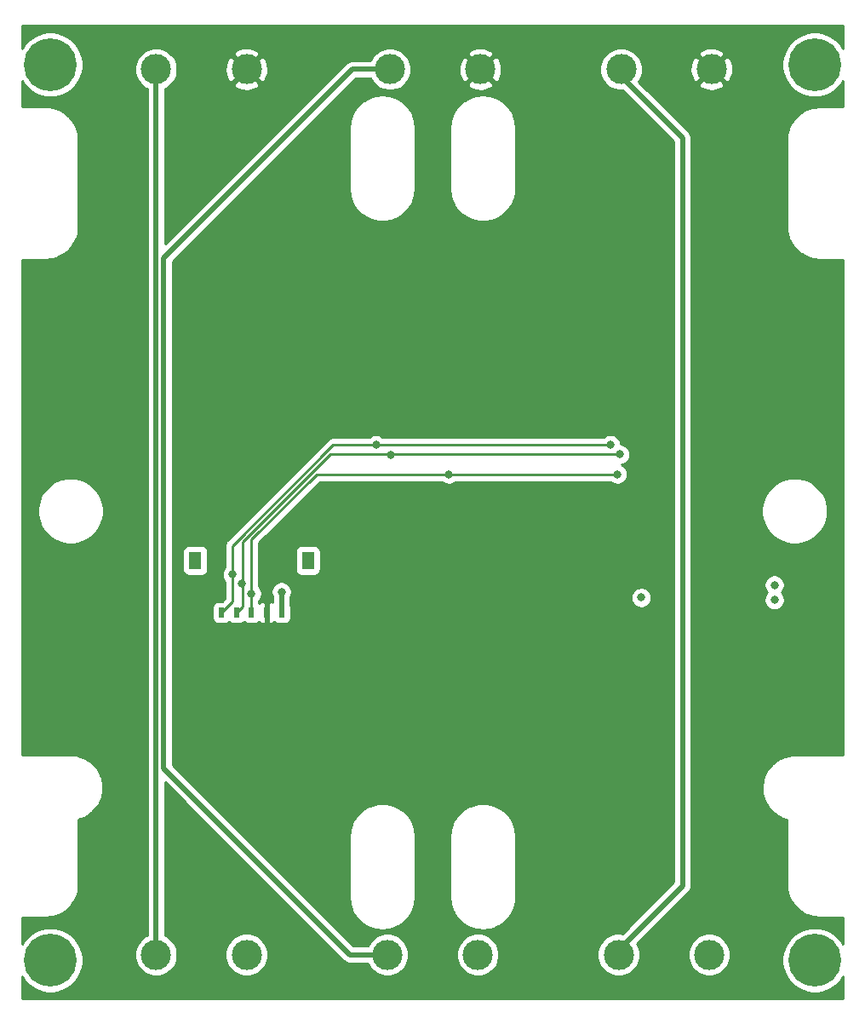
<source format=gbr>
%TF.GenerationSoftware,KiCad,Pcbnew,(5.1.10)-1*%
%TF.CreationDate,2022-06-07T20:11:27-07:00*%
%TF.ProjectId,solar-panel-NoCutout,736f6c61-722d-4706-916e-656c2d4e6f43,1.0*%
%TF.SameCoordinates,Original*%
%TF.FileFunction,Copper,L4,Bot*%
%TF.FilePolarity,Positive*%
%FSLAX46Y46*%
G04 Gerber Fmt 4.6, Leading zero omitted, Abs format (unit mm)*
G04 Created by KiCad (PCBNEW (5.1.10)-1) date 2022-06-07 20:11:27*
%MOMM*%
%LPD*%
G01*
G04 APERTURE LIST*
%TA.AperFunction,ComponentPad*%
%ADD10C,5.250000*%
%TD*%
%TA.AperFunction,SMDPad,CuDef*%
%ADD11R,1.250000X1.800000*%
%TD*%
%TA.AperFunction,SMDPad,CuDef*%
%ADD12R,0.600000X1.000000*%
%TD*%
%TA.AperFunction,ComponentPad*%
%ADD13C,3.000000*%
%TD*%
%TA.AperFunction,ViaPad*%
%ADD14C,0.800000*%
%TD*%
%TA.AperFunction,Conductor*%
%ADD15C,0.250000*%
%TD*%
%TA.AperFunction,Conductor*%
%ADD16C,0.500000*%
%TD*%
%TA.AperFunction,Conductor*%
%ADD17C,0.254000*%
%TD*%
%TA.AperFunction,Conductor*%
%ADD18C,0.100000*%
%TD*%
G04 APERTURE END LIST*
D10*
%TO.P,J2,1*%
%TO.N,Net-(J2-Pad1)*%
X106500000Y-70300000D03*
%TD*%
%TO.P,J5,1*%
%TO.N,Net-(J5-Pad1)*%
X182500000Y-159300000D03*
%TD*%
%TO.P,J4,1*%
%TO.N,Net-(J4-Pad1)*%
X182500000Y-70300000D03*
%TD*%
%TO.P,J3,1*%
%TO.N,Net-(J3-Pad1)*%
X106500000Y-159300000D03*
%TD*%
D11*
%TO.P,J1,7*%
%TO.N,Net-(J1-Pad7)*%
X132104999Y-119560000D03*
%TO.P,J1,6*%
%TO.N,Net-(J1-Pad6)*%
X120895001Y-119560000D03*
D12*
%TO.P,J1,5*%
%TO.N,VSOLAR*%
X129500001Y-124750000D03*
%TO.P,J1,4*%
%TO.N,GND*%
X128000001Y-124750000D03*
%TO.P,J1,3*%
%TO.N,+3V3*%
X126499999Y-124750000D03*
%TO.P,J1,2*%
%TO.N,SCL*%
X125000000Y-124750000D03*
%TO.P,J1,1*%
%TO.N,SDA*%
X123500000Y-124750000D03*
%TD*%
D13*
%TO.P,SC6,2*%
%TO.N,GND*%
X172250000Y-70750000D03*
%TO.P,SC6,1*%
%TO.N,Net-(SC5-Pad2)*%
X163250000Y-70750000D03*
%TD*%
%TO.P,SC5,2*%
%TO.N,Net-(SC5-Pad2)*%
X163000000Y-158750000D03*
%TO.P,SC5,1*%
%TO.N,Net-(D3-Pad2)*%
X172000000Y-158750000D03*
%TD*%
%TO.P,SC4,2*%
%TO.N,GND*%
X149250000Y-70750000D03*
%TO.P,SC4,1*%
%TO.N,Net-(SC3-Pad2)*%
X140250000Y-70750000D03*
%TD*%
%TO.P,SC3,2*%
%TO.N,Net-(SC3-Pad2)*%
X140000000Y-158750000D03*
%TO.P,SC3,1*%
%TO.N,Net-(D2-Pad2)*%
X149000000Y-158750000D03*
%TD*%
%TO.P,SC2,2*%
%TO.N,GND*%
X126000000Y-70750000D03*
%TO.P,SC2,1*%
%TO.N,Net-(SC1-Pad2)*%
X117000000Y-70750000D03*
%TD*%
%TO.P,SC1,2*%
%TO.N,Net-(SC1-Pad2)*%
X117000000Y-158750000D03*
%TO.P,SC1,1*%
%TO.N,Net-(D1-Pad2)*%
X126000000Y-158750000D03*
%TD*%
D14*
%TO.N,GND*%
X124000000Y-115750000D03*
X145500000Y-102000000D03*
X164465000Y-110109000D03*
X109750000Y-122750000D03*
%TO.N,+3V3*%
X162877500Y-110998000D03*
X146113500Y-110998000D03*
X126499999Y-122864501D03*
%TO.N,VSOLAR*%
X129476500Y-122682000D03*
%TO.N,SDA*%
X162177001Y-108075001D03*
X138876499Y-108075001D03*
X124587000Y-120967500D03*
%TO.N,SCL*%
X163131500Y-109029500D03*
X140335000Y-109045000D03*
X125564504Y-121894996D03*
%TO.N,Net-(U2-Pad6)*%
X165250000Y-123250000D03*
X178500000Y-122000000D03*
X178500000Y-123500000D03*
%TD*%
D15*
%TO.N,+3V3*%
X126355003Y-124605004D02*
X126499999Y-124750000D01*
X126499999Y-117477181D02*
X126499999Y-117499999D01*
X132979180Y-110998000D02*
X126499999Y-117477181D01*
X162877500Y-110998000D02*
X146113500Y-110998000D01*
X126499999Y-117477181D02*
X126499999Y-122864501D01*
X146113500Y-110998000D02*
X132979180Y-110998000D01*
X126499999Y-122864501D02*
X126499999Y-124750000D01*
D16*
%TO.N,VSOLAR*%
X129500001Y-122705501D02*
X129476500Y-122682000D01*
X129500001Y-124750000D02*
X129500001Y-122705501D01*
%TO.N,Net-(SC1-Pad2)*%
X117000000Y-71250000D02*
X117000000Y-158250000D01*
%TO.N,Net-(SC3-Pad2)*%
X140000000Y-70750000D02*
X136500000Y-70750000D01*
X136500000Y-70750000D02*
X117750000Y-89500000D01*
X140000000Y-158750000D02*
X136250000Y-158750000D01*
X117750000Y-140250000D02*
X117750000Y-138750000D01*
X136250000Y-158750000D02*
X117750000Y-140250000D01*
X117750000Y-89500000D02*
X117750000Y-138750000D01*
D15*
%TO.N,SDA*%
X162177001Y-108075001D02*
X138876499Y-108075001D01*
X124587000Y-123663000D02*
X123500000Y-124750000D01*
X124587000Y-118117360D02*
X124587000Y-120967500D01*
X134629359Y-108075001D02*
X124587000Y-118117360D01*
X138876499Y-108075001D02*
X134629359Y-108075001D01*
X124587000Y-120967500D02*
X124587000Y-123663000D01*
%TO.N,SCL*%
X163131500Y-109029500D02*
X134311270Y-109029500D01*
X134311270Y-109029500D02*
X125603000Y-117737770D01*
X125603000Y-124147000D02*
X125000000Y-124750000D01*
X125603000Y-117737770D02*
X125603000Y-124147000D01*
D16*
%TO.N,Net-(SC5-Pad2)*%
X169350001Y-77600001D02*
X169350001Y-151899999D01*
X169350001Y-151899999D02*
X163000000Y-158250000D01*
X163000000Y-71250000D02*
X169350001Y-77600001D01*
%TD*%
D17*
%TO.N,GND*%
X185340001Y-68682516D02*
X185032208Y-68221871D01*
X184578129Y-67767792D01*
X184044189Y-67411025D01*
X183450907Y-67165280D01*
X182821082Y-67040000D01*
X182178918Y-67040000D01*
X181549093Y-67165280D01*
X180955811Y-67411025D01*
X180421871Y-67767792D01*
X179967792Y-68221871D01*
X179611025Y-68755811D01*
X179365280Y-69349093D01*
X179240000Y-69978918D01*
X179240000Y-70621082D01*
X179365280Y-71250907D01*
X179611025Y-71844189D01*
X179967792Y-72378129D01*
X180421871Y-72832208D01*
X180955811Y-73188975D01*
X181549093Y-73434720D01*
X182178918Y-73560000D01*
X182821082Y-73560000D01*
X183450907Y-73434720D01*
X184044189Y-73188975D01*
X184578129Y-72832208D01*
X185032208Y-72378129D01*
X185340000Y-71917485D01*
X185340000Y-73132418D01*
X185340001Y-73132428D01*
X185340000Y-74440000D01*
X182967581Y-74440000D01*
X182938175Y-74442896D01*
X182921682Y-74442781D01*
X182912511Y-74443681D01*
X182398155Y-74497742D01*
X182339624Y-74509757D01*
X182280799Y-74520978D01*
X182271977Y-74523642D01*
X181777917Y-74676579D01*
X181722762Y-74699764D01*
X181667309Y-74722168D01*
X181659177Y-74726493D01*
X181659172Y-74726495D01*
X181659168Y-74726498D01*
X181204228Y-74972481D01*
X181154627Y-75005937D01*
X181104580Y-75038687D01*
X181097439Y-75044512D01*
X180698938Y-75374180D01*
X180656781Y-75416632D01*
X180614048Y-75458479D01*
X180608174Y-75465580D01*
X180281296Y-75866373D01*
X180248203Y-75916181D01*
X180214396Y-75965555D01*
X180210013Y-75973661D01*
X179967207Y-76430313D01*
X179944408Y-76485628D01*
X179920847Y-76540600D01*
X179918122Y-76549403D01*
X179768638Y-77044518D01*
X179757015Y-77103221D01*
X179744582Y-77161710D01*
X179743619Y-77170874D01*
X179693150Y-77685595D01*
X179690000Y-77717582D01*
X179690001Y-86382419D01*
X179692896Y-86411816D01*
X179692781Y-86428318D01*
X179693681Y-86437489D01*
X179747742Y-86951845D01*
X179759762Y-87010401D01*
X179770978Y-87069201D01*
X179773642Y-87078023D01*
X179926579Y-87572084D01*
X179949770Y-87627252D01*
X179972168Y-87682691D01*
X179976494Y-87690827D01*
X180222481Y-88145772D01*
X180255937Y-88195373D01*
X180288687Y-88245420D01*
X180294511Y-88252561D01*
X180624180Y-88651062D01*
X180666635Y-88693221D01*
X180708479Y-88735951D01*
X180715580Y-88741825D01*
X181116372Y-89068704D01*
X181166183Y-89101798D01*
X181215555Y-89135604D01*
X181223661Y-89139987D01*
X181680313Y-89382792D01*
X181735607Y-89405583D01*
X181790600Y-89429153D01*
X181799403Y-89431878D01*
X182294518Y-89581362D01*
X182353206Y-89592982D01*
X182411709Y-89605418D01*
X182420874Y-89606381D01*
X182935595Y-89656850D01*
X182935598Y-89656850D01*
X182967581Y-89660000D01*
X185339930Y-89660000D01*
X185334677Y-138897190D01*
X180222975Y-138897190D01*
X180126011Y-138906740D01*
X180118128Y-138909131D01*
X180025215Y-138920612D01*
X179988926Y-138928753D01*
X179952098Y-138933862D01*
X179943152Y-138936075D01*
X179450623Y-139061602D01*
X179394371Y-139081963D01*
X179337848Y-139101534D01*
X179329503Y-139105443D01*
X178870735Y-139324246D01*
X178819539Y-139355127D01*
X178767864Y-139385321D01*
X178760437Y-139390777D01*
X178352905Y-139694522D01*
X178308695Y-139734747D01*
X178263857Y-139774414D01*
X178257631Y-139781209D01*
X177916859Y-140158324D01*
X177881294Y-140206385D01*
X177845023Y-140253993D01*
X177840236Y-140261867D01*
X177579202Y-140697992D01*
X177553644Y-140752056D01*
X177527318Y-140805789D01*
X177524151Y-140814443D01*
X177352798Y-141292963D01*
X177338229Y-141350957D01*
X177322839Y-141408788D01*
X177321414Y-141417892D01*
X177246270Y-141920581D01*
X177243242Y-141980308D01*
X177239379Y-142040018D01*
X177239749Y-142049225D01*
X177263676Y-142556936D01*
X177272303Y-142616080D01*
X177280115Y-142675436D01*
X177282266Y-142684397D01*
X177404352Y-143177792D01*
X177424309Y-143234153D01*
X177443495Y-143290843D01*
X177447346Y-143299215D01*
X177662941Y-143759499D01*
X177693476Y-143810929D01*
X177723296Y-143862793D01*
X177728697Y-143870252D01*
X177728700Y-143870258D01*
X177728704Y-143870263D01*
X178029592Y-144279900D01*
X178069528Y-144324413D01*
X178108861Y-144369505D01*
X178115612Y-144375778D01*
X178490340Y-144719175D01*
X178538181Y-144755097D01*
X178585503Y-144791675D01*
X178593343Y-144796517D01*
X179027635Y-145060590D01*
X179081527Y-145086529D01*
X179135070Y-145113227D01*
X179143698Y-145116452D01*
X179143701Y-145116454D01*
X179143704Y-145116455D01*
X179621015Y-145291142D01*
X179678878Y-145306108D01*
X179690001Y-145309152D01*
X179690000Y-151782418D01*
X179692896Y-151811824D01*
X179692781Y-151828318D01*
X179693681Y-151837489D01*
X179747742Y-152351845D01*
X179759762Y-152410401D01*
X179770978Y-152469201D01*
X179773642Y-152478023D01*
X179926579Y-152972084D01*
X179949770Y-153027252D01*
X179972168Y-153082691D01*
X179976494Y-153090827D01*
X180222481Y-153545772D01*
X180255937Y-153595373D01*
X180288687Y-153645420D01*
X180294511Y-153652561D01*
X180624180Y-154051062D01*
X180666635Y-154093221D01*
X180708479Y-154135951D01*
X180715580Y-154141825D01*
X181116372Y-154468704D01*
X181166183Y-154501798D01*
X181215555Y-154535604D01*
X181223661Y-154539987D01*
X181680313Y-154782792D01*
X181735607Y-154805583D01*
X181790600Y-154829153D01*
X181799403Y-154831878D01*
X182294518Y-154981362D01*
X182353206Y-154992982D01*
X182411709Y-155005418D01*
X182420874Y-155006381D01*
X182935595Y-155056850D01*
X182935598Y-155056850D01*
X182967581Y-155060000D01*
X185340001Y-155060000D01*
X185340000Y-156482418D01*
X185340001Y-156482428D01*
X185340001Y-157682516D01*
X185032208Y-157221871D01*
X184578129Y-156767792D01*
X184044189Y-156411025D01*
X183450907Y-156165280D01*
X182821082Y-156040000D01*
X182178918Y-156040000D01*
X181549093Y-156165280D01*
X180955811Y-156411025D01*
X180421871Y-156767792D01*
X179967792Y-157221871D01*
X179611025Y-157755811D01*
X179365280Y-158349093D01*
X179240000Y-158978918D01*
X179240000Y-159621082D01*
X179365280Y-160250907D01*
X179611025Y-160844189D01*
X179967792Y-161378129D01*
X180421871Y-161832208D01*
X180955811Y-162188975D01*
X181549093Y-162434720D01*
X182178918Y-162560000D01*
X182821082Y-162560000D01*
X183450907Y-162434720D01*
X184044189Y-162188975D01*
X184578129Y-161832208D01*
X185032208Y-161378129D01*
X185340000Y-160917485D01*
X185340000Y-163090000D01*
X103660000Y-163090000D01*
X103660000Y-160917485D01*
X103967792Y-161378129D01*
X104421871Y-161832208D01*
X104955811Y-162188975D01*
X105549093Y-162434720D01*
X106178918Y-162560000D01*
X106821082Y-162560000D01*
X107450907Y-162434720D01*
X108044189Y-162188975D01*
X108578129Y-161832208D01*
X109032208Y-161378129D01*
X109388975Y-160844189D01*
X109634720Y-160250907D01*
X109760000Y-159621082D01*
X109760000Y-158978918D01*
X109634720Y-158349093D01*
X109388975Y-157755811D01*
X109032208Y-157221871D01*
X108578129Y-156767792D01*
X108044189Y-156411025D01*
X107450907Y-156165280D01*
X106821082Y-156040000D01*
X106178918Y-156040000D01*
X105549093Y-156165280D01*
X104955811Y-156411025D01*
X104421871Y-156767792D01*
X103967792Y-157221871D01*
X103660000Y-157682515D01*
X103660000Y-155060000D01*
X106032419Y-155060000D01*
X106061825Y-155057104D01*
X106078318Y-155057219D01*
X106087489Y-155056319D01*
X106601845Y-155002258D01*
X106660401Y-154990238D01*
X106719201Y-154979022D01*
X106728023Y-154976358D01*
X107222084Y-154823421D01*
X107277252Y-154800230D01*
X107332691Y-154777832D01*
X107340827Y-154773506D01*
X107795772Y-154527519D01*
X107845373Y-154494063D01*
X107895420Y-154461313D01*
X107902561Y-154455489D01*
X108301062Y-154125820D01*
X108343221Y-154083365D01*
X108385951Y-154041521D01*
X108391825Y-154034420D01*
X108718704Y-153633628D01*
X108751798Y-153583817D01*
X108785604Y-153534445D01*
X108789987Y-153526339D01*
X109032792Y-153069687D01*
X109055583Y-153014393D01*
X109079153Y-152959400D01*
X109081878Y-152950597D01*
X109231362Y-152455482D01*
X109242982Y-152396794D01*
X109255418Y-152338291D01*
X109256381Y-152329126D01*
X109306850Y-151814405D01*
X109306850Y-151814402D01*
X109310000Y-151782419D01*
X109310000Y-145301880D01*
X109436185Y-145274573D01*
X109493138Y-145256276D01*
X109550340Y-145238776D01*
X109558822Y-145235173D01*
X110025255Y-145033226D01*
X110077570Y-145004214D01*
X110130282Y-144975938D01*
X110137902Y-144970757D01*
X110556228Y-144682058D01*
X110601898Y-144643449D01*
X110648127Y-144605462D01*
X110654596Y-144598899D01*
X111008880Y-144234446D01*
X111046192Y-144187688D01*
X111084152Y-144141458D01*
X111089224Y-144133764D01*
X111365971Y-143707437D01*
X111393501Y-143654301D01*
X111421747Y-143601600D01*
X111425227Y-143593067D01*
X111613896Y-143121107D01*
X111630571Y-143063673D01*
X111648054Y-143006450D01*
X111649810Y-142997404D01*
X111743214Y-142497785D01*
X111748413Y-142438233D01*
X111754451Y-142378680D01*
X111754417Y-142369465D01*
X111749000Y-141861219D01*
X111742527Y-141801745D01*
X111736888Y-141742199D01*
X111735064Y-141733166D01*
X111631033Y-141235652D01*
X111613132Y-141178567D01*
X111596033Y-141121249D01*
X111592490Y-141112743D01*
X111393804Y-140644911D01*
X111365167Y-140592411D01*
X111337251Y-140539487D01*
X111332123Y-140531831D01*
X111046352Y-140111499D01*
X111008066Y-140065565D01*
X110970400Y-140019068D01*
X110963882Y-140012553D01*
X110601911Y-139655733D01*
X110555402Y-139618085D01*
X110509450Y-139579813D01*
X110501791Y-139574688D01*
X110077407Y-139294973D01*
X110024526Y-139267105D01*
X109971962Y-139238458D01*
X109963453Y-139234919D01*
X109492821Y-139042960D01*
X109435529Y-139025893D01*
X109378407Y-139008003D01*
X109369374Y-139006184D01*
X108903725Y-138915760D01*
X108873989Y-138906740D01*
X108777025Y-138897190D01*
X103660000Y-138897190D01*
X103660000Y-114326053D01*
X105210914Y-114326053D01*
X105210914Y-114973947D01*
X105337312Y-115609391D01*
X105585250Y-116207966D01*
X105945200Y-116746670D01*
X106403330Y-117204800D01*
X106942034Y-117564750D01*
X107540609Y-117812688D01*
X108176053Y-117939086D01*
X108823947Y-117939086D01*
X109459391Y-117812688D01*
X110057966Y-117564750D01*
X110596670Y-117204800D01*
X111054800Y-116746670D01*
X111414750Y-116207966D01*
X111662688Y-115609391D01*
X111789086Y-114973947D01*
X111789086Y-114326053D01*
X111662688Y-113690609D01*
X111414750Y-113092034D01*
X111054800Y-112553330D01*
X110596670Y-112095200D01*
X110057966Y-111735250D01*
X109459391Y-111487312D01*
X108823947Y-111360914D01*
X108176053Y-111360914D01*
X107540609Y-111487312D01*
X106942034Y-111735250D01*
X106403330Y-112095200D01*
X105945200Y-112553330D01*
X105585250Y-113092034D01*
X105337312Y-113690609D01*
X105210914Y-114326053D01*
X103660000Y-114326053D01*
X103660000Y-89660000D01*
X106032419Y-89660000D01*
X106061825Y-89657104D01*
X106078318Y-89657219D01*
X106087489Y-89656319D01*
X106601845Y-89602258D01*
X106660401Y-89590238D01*
X106719201Y-89579022D01*
X106728023Y-89576358D01*
X107222084Y-89423421D01*
X107277252Y-89400230D01*
X107332691Y-89377832D01*
X107340827Y-89373506D01*
X107795772Y-89127519D01*
X107845373Y-89094063D01*
X107895420Y-89061313D01*
X107902561Y-89055489D01*
X108301062Y-88725820D01*
X108343221Y-88683365D01*
X108385951Y-88641521D01*
X108391825Y-88634420D01*
X108718704Y-88233628D01*
X108751798Y-88183817D01*
X108785604Y-88134445D01*
X108789987Y-88126339D01*
X109032792Y-87669687D01*
X109055583Y-87614393D01*
X109079153Y-87559400D01*
X109081878Y-87550597D01*
X109231362Y-87055482D01*
X109242982Y-86996794D01*
X109255418Y-86938291D01*
X109256381Y-86929126D01*
X109306850Y-86414405D01*
X109306850Y-86414402D01*
X109310000Y-86382419D01*
X109310000Y-77717581D01*
X109307104Y-77688175D01*
X109307219Y-77671682D01*
X109306319Y-77662511D01*
X109252258Y-77148155D01*
X109240243Y-77089624D01*
X109229022Y-77030799D01*
X109226358Y-77021977D01*
X109073421Y-76527917D01*
X109050236Y-76472762D01*
X109027832Y-76417309D01*
X109023505Y-76409173D01*
X109023505Y-76409172D01*
X109023502Y-76409168D01*
X108777519Y-75954228D01*
X108744063Y-75904627D01*
X108711313Y-75854580D01*
X108705488Y-75847439D01*
X108375820Y-75448938D01*
X108333368Y-75406781D01*
X108291521Y-75364048D01*
X108284420Y-75358174D01*
X107883627Y-75031296D01*
X107833819Y-74998203D01*
X107784445Y-74964396D01*
X107776339Y-74960013D01*
X107319687Y-74717207D01*
X107264372Y-74694408D01*
X107209400Y-74670847D01*
X107200597Y-74668122D01*
X106705482Y-74518638D01*
X106646779Y-74507015D01*
X106588290Y-74494582D01*
X106579126Y-74493619D01*
X106064405Y-74443150D01*
X106064402Y-74443150D01*
X106032419Y-74440000D01*
X103660000Y-74440000D01*
X103660000Y-71917485D01*
X103967792Y-72378129D01*
X104421871Y-72832208D01*
X104955811Y-73188975D01*
X105549093Y-73434720D01*
X106178918Y-73560000D01*
X106821082Y-73560000D01*
X107450907Y-73434720D01*
X108044189Y-73188975D01*
X108578129Y-72832208D01*
X109032208Y-72378129D01*
X109388975Y-71844189D01*
X109634720Y-71250907D01*
X109760000Y-70621082D01*
X109760000Y-70539721D01*
X114865000Y-70539721D01*
X114865000Y-70960279D01*
X114947047Y-71372756D01*
X115107988Y-71761302D01*
X115341637Y-72110983D01*
X115639017Y-72408363D01*
X115988698Y-72642012D01*
X116115000Y-72694328D01*
X116115001Y-156805672D01*
X115988698Y-156857988D01*
X115639017Y-157091637D01*
X115341637Y-157389017D01*
X115107988Y-157738698D01*
X114947047Y-158127244D01*
X114865000Y-158539721D01*
X114865000Y-158960279D01*
X114947047Y-159372756D01*
X115107988Y-159761302D01*
X115341637Y-160110983D01*
X115639017Y-160408363D01*
X115988698Y-160642012D01*
X116377244Y-160802953D01*
X116789721Y-160885000D01*
X117210279Y-160885000D01*
X117622756Y-160802953D01*
X118011302Y-160642012D01*
X118360983Y-160408363D01*
X118658363Y-160110983D01*
X118892012Y-159761302D01*
X119052953Y-159372756D01*
X119135000Y-158960279D01*
X119135000Y-158539721D01*
X123865000Y-158539721D01*
X123865000Y-158960279D01*
X123947047Y-159372756D01*
X124107988Y-159761302D01*
X124341637Y-160110983D01*
X124639017Y-160408363D01*
X124988698Y-160642012D01*
X125377244Y-160802953D01*
X125789721Y-160885000D01*
X126210279Y-160885000D01*
X126622756Y-160802953D01*
X127011302Y-160642012D01*
X127360983Y-160408363D01*
X127658363Y-160110983D01*
X127892012Y-159761302D01*
X128052953Y-159372756D01*
X128135000Y-158960279D01*
X128135000Y-158539721D01*
X128052953Y-158127244D01*
X127892012Y-157738698D01*
X127658363Y-157389017D01*
X127360983Y-157091637D01*
X127011302Y-156857988D01*
X126622756Y-156697047D01*
X126210279Y-156615000D01*
X125789721Y-156615000D01*
X125377244Y-156697047D01*
X124988698Y-156857988D01*
X124639017Y-157091637D01*
X124341637Y-157389017D01*
X124107988Y-157738698D01*
X123947047Y-158127244D01*
X123865000Y-158539721D01*
X119135000Y-158539721D01*
X119052953Y-158127244D01*
X118892012Y-157738698D01*
X118658363Y-157389017D01*
X118360983Y-157091637D01*
X118011302Y-156857988D01*
X117885000Y-156805672D01*
X117885000Y-141636578D01*
X135593470Y-159345049D01*
X135621183Y-159378817D01*
X135654951Y-159406530D01*
X135654953Y-159406532D01*
X135755941Y-159489411D01*
X135909687Y-159571589D01*
X136076510Y-159622195D01*
X136206523Y-159635000D01*
X136206531Y-159635000D01*
X136250000Y-159639281D01*
X136293469Y-159635000D01*
X138055672Y-159635000D01*
X138107988Y-159761302D01*
X138341637Y-160110983D01*
X138639017Y-160408363D01*
X138988698Y-160642012D01*
X139377244Y-160802953D01*
X139789721Y-160885000D01*
X140210279Y-160885000D01*
X140622756Y-160802953D01*
X141011302Y-160642012D01*
X141360983Y-160408363D01*
X141658363Y-160110983D01*
X141892012Y-159761302D01*
X142052953Y-159372756D01*
X142135000Y-158960279D01*
X142135000Y-158539721D01*
X146865000Y-158539721D01*
X146865000Y-158960279D01*
X146947047Y-159372756D01*
X147107988Y-159761302D01*
X147341637Y-160110983D01*
X147639017Y-160408363D01*
X147988698Y-160642012D01*
X148377244Y-160802953D01*
X148789721Y-160885000D01*
X149210279Y-160885000D01*
X149622756Y-160802953D01*
X150011302Y-160642012D01*
X150360983Y-160408363D01*
X150658363Y-160110983D01*
X150892012Y-159761302D01*
X151052953Y-159372756D01*
X151135000Y-158960279D01*
X151135000Y-158539721D01*
X160865000Y-158539721D01*
X160865000Y-158960279D01*
X160947047Y-159372756D01*
X161107988Y-159761302D01*
X161341637Y-160110983D01*
X161639017Y-160408363D01*
X161988698Y-160642012D01*
X162377244Y-160802953D01*
X162789721Y-160885000D01*
X163210279Y-160885000D01*
X163622756Y-160802953D01*
X164011302Y-160642012D01*
X164360983Y-160408363D01*
X164658363Y-160110983D01*
X164892012Y-159761302D01*
X165052953Y-159372756D01*
X165135000Y-158960279D01*
X165135000Y-158539721D01*
X169865000Y-158539721D01*
X169865000Y-158960279D01*
X169947047Y-159372756D01*
X170107988Y-159761302D01*
X170341637Y-160110983D01*
X170639017Y-160408363D01*
X170988698Y-160642012D01*
X171377244Y-160802953D01*
X171789721Y-160885000D01*
X172210279Y-160885000D01*
X172622756Y-160802953D01*
X173011302Y-160642012D01*
X173360983Y-160408363D01*
X173658363Y-160110983D01*
X173892012Y-159761302D01*
X174052953Y-159372756D01*
X174135000Y-158960279D01*
X174135000Y-158539721D01*
X174052953Y-158127244D01*
X173892012Y-157738698D01*
X173658363Y-157389017D01*
X173360983Y-157091637D01*
X173011302Y-156857988D01*
X172622756Y-156697047D01*
X172210279Y-156615000D01*
X171789721Y-156615000D01*
X171377244Y-156697047D01*
X170988698Y-156857988D01*
X170639017Y-157091637D01*
X170341637Y-157389017D01*
X170107988Y-157738698D01*
X169947047Y-158127244D01*
X169865000Y-158539721D01*
X165135000Y-158539721D01*
X165052953Y-158127244D01*
X164892012Y-157738698D01*
X164840289Y-157661289D01*
X169945050Y-152556529D01*
X169978818Y-152528816D01*
X170014255Y-152485637D01*
X170089412Y-152394058D01*
X170171590Y-152240313D01*
X170222196Y-152073489D01*
X170226837Y-152026369D01*
X170235001Y-151943476D01*
X170235001Y-151943468D01*
X170239282Y-151899999D01*
X170235001Y-151856530D01*
X170235001Y-121898061D01*
X177465000Y-121898061D01*
X177465000Y-122101939D01*
X177504774Y-122301898D01*
X177582795Y-122490256D01*
X177696063Y-122659774D01*
X177786289Y-122750000D01*
X177696063Y-122840226D01*
X177582795Y-123009744D01*
X177504774Y-123198102D01*
X177465000Y-123398061D01*
X177465000Y-123601939D01*
X177504774Y-123801898D01*
X177582795Y-123990256D01*
X177696063Y-124159774D01*
X177840226Y-124303937D01*
X178009744Y-124417205D01*
X178198102Y-124495226D01*
X178398061Y-124535000D01*
X178601939Y-124535000D01*
X178801898Y-124495226D01*
X178990256Y-124417205D01*
X179159774Y-124303937D01*
X179303937Y-124159774D01*
X179417205Y-123990256D01*
X179495226Y-123801898D01*
X179535000Y-123601939D01*
X179535000Y-123398061D01*
X179495226Y-123198102D01*
X179417205Y-123009744D01*
X179303937Y-122840226D01*
X179213711Y-122750000D01*
X179303937Y-122659774D01*
X179417205Y-122490256D01*
X179495226Y-122301898D01*
X179535000Y-122101939D01*
X179535000Y-121898061D01*
X179495226Y-121698102D01*
X179417205Y-121509744D01*
X179303937Y-121340226D01*
X179159774Y-121196063D01*
X178990256Y-121082795D01*
X178801898Y-121004774D01*
X178601939Y-120965000D01*
X178398061Y-120965000D01*
X178198102Y-121004774D01*
X178009744Y-121082795D01*
X177840226Y-121196063D01*
X177696063Y-121340226D01*
X177582795Y-121509744D01*
X177504774Y-121698102D01*
X177465000Y-121898061D01*
X170235001Y-121898061D01*
X170235001Y-114326053D01*
X177210914Y-114326053D01*
X177210914Y-114973947D01*
X177337312Y-115609391D01*
X177585250Y-116207966D01*
X177945200Y-116746670D01*
X178403330Y-117204800D01*
X178942034Y-117564750D01*
X179540609Y-117812688D01*
X180176053Y-117939086D01*
X180823947Y-117939086D01*
X181459391Y-117812688D01*
X182057966Y-117564750D01*
X182596670Y-117204800D01*
X183054800Y-116746670D01*
X183414750Y-116207966D01*
X183662688Y-115609391D01*
X183789086Y-114973947D01*
X183789086Y-114326053D01*
X183662688Y-113690609D01*
X183414750Y-113092034D01*
X183054800Y-112553330D01*
X182596670Y-112095200D01*
X182057966Y-111735250D01*
X181459391Y-111487312D01*
X180823947Y-111360914D01*
X180176053Y-111360914D01*
X179540609Y-111487312D01*
X178942034Y-111735250D01*
X178403330Y-112095200D01*
X177945200Y-112553330D01*
X177585250Y-113092034D01*
X177337312Y-113690609D01*
X177210914Y-114326053D01*
X170235001Y-114326053D01*
X170235001Y-77643470D01*
X170239282Y-77600001D01*
X170235001Y-77556532D01*
X170235001Y-77556524D01*
X170222196Y-77426511D01*
X170183723Y-77299683D01*
X170171590Y-77259687D01*
X170089412Y-77105942D01*
X170006533Y-77004954D01*
X170006531Y-77004952D01*
X169978818Y-76971184D01*
X169945052Y-76943473D01*
X165243232Y-72241653D01*
X170937952Y-72241653D01*
X171093962Y-72557214D01*
X171468745Y-72748020D01*
X171873551Y-72862044D01*
X172292824Y-72894902D01*
X172710451Y-72845334D01*
X173110383Y-72715243D01*
X173406038Y-72557214D01*
X173562048Y-72241653D01*
X172250000Y-70929605D01*
X170937952Y-72241653D01*
X165243232Y-72241653D01*
X164990153Y-71988575D01*
X165142012Y-71761302D01*
X165302953Y-71372756D01*
X165385000Y-70960279D01*
X165385000Y-70792824D01*
X170105098Y-70792824D01*
X170154666Y-71210451D01*
X170284757Y-71610383D01*
X170442786Y-71906038D01*
X170758347Y-72062048D01*
X172070395Y-70750000D01*
X172429605Y-70750000D01*
X173741653Y-72062048D01*
X174057214Y-71906038D01*
X174248020Y-71531255D01*
X174362044Y-71126449D01*
X174394902Y-70707176D01*
X174345334Y-70289549D01*
X174215243Y-69889617D01*
X174057214Y-69593962D01*
X173741653Y-69437952D01*
X172429605Y-70750000D01*
X172070395Y-70750000D01*
X170758347Y-69437952D01*
X170442786Y-69593962D01*
X170251980Y-69968745D01*
X170137956Y-70373551D01*
X170105098Y-70792824D01*
X165385000Y-70792824D01*
X165385000Y-70539721D01*
X165302953Y-70127244D01*
X165142012Y-69738698D01*
X164908363Y-69389017D01*
X164777693Y-69258347D01*
X170937952Y-69258347D01*
X172250000Y-70570395D01*
X173562048Y-69258347D01*
X173406038Y-68942786D01*
X173031255Y-68751980D01*
X172626449Y-68637956D01*
X172207176Y-68605098D01*
X171789549Y-68654666D01*
X171389617Y-68784757D01*
X171093962Y-68942786D01*
X170937952Y-69258347D01*
X164777693Y-69258347D01*
X164610983Y-69091637D01*
X164261302Y-68857988D01*
X163872756Y-68697047D01*
X163460279Y-68615000D01*
X163039721Y-68615000D01*
X162627244Y-68697047D01*
X162238698Y-68857988D01*
X161889017Y-69091637D01*
X161591637Y-69389017D01*
X161357988Y-69738698D01*
X161197047Y-70127244D01*
X161115000Y-70539721D01*
X161115000Y-70960279D01*
X161197047Y-71372756D01*
X161357988Y-71761302D01*
X161591637Y-72110983D01*
X161889017Y-72408363D01*
X162238698Y-72642012D01*
X162627244Y-72802953D01*
X163039721Y-72885000D01*
X163383422Y-72885000D01*
X168465001Y-77966580D01*
X168465002Y-151533419D01*
X163354696Y-156643726D01*
X163210279Y-156615000D01*
X162789721Y-156615000D01*
X162377244Y-156697047D01*
X161988698Y-156857988D01*
X161639017Y-157091637D01*
X161341637Y-157389017D01*
X161107988Y-157738698D01*
X160947047Y-158127244D01*
X160865000Y-158539721D01*
X151135000Y-158539721D01*
X151052953Y-158127244D01*
X150892012Y-157738698D01*
X150658363Y-157389017D01*
X150360983Y-157091637D01*
X150011302Y-156857988D01*
X149622756Y-156697047D01*
X149210279Y-156615000D01*
X148789721Y-156615000D01*
X148377244Y-156697047D01*
X147988698Y-156857988D01*
X147639017Y-157091637D01*
X147341637Y-157389017D01*
X147107988Y-157738698D01*
X146947047Y-158127244D01*
X146865000Y-158539721D01*
X142135000Y-158539721D01*
X142052953Y-158127244D01*
X141892012Y-157738698D01*
X141658363Y-157389017D01*
X141360983Y-157091637D01*
X141011302Y-156857988D01*
X140622756Y-156697047D01*
X140210279Y-156615000D01*
X139789721Y-156615000D01*
X139377244Y-156697047D01*
X138988698Y-156857988D01*
X138639017Y-157091637D01*
X138341637Y-157389017D01*
X138107988Y-157738698D01*
X138055672Y-157865000D01*
X136616579Y-157865000D01*
X131783997Y-153032418D01*
X136190000Y-153032418D01*
X136190226Y-153034712D01*
X136190274Y-153041602D01*
X136193408Y-153071421D01*
X136193408Y-153101405D01*
X136194371Y-153110570D01*
X136252022Y-153624536D01*
X136264458Y-153683039D01*
X136276078Y-153741727D01*
X136278803Y-153750530D01*
X136435185Y-154243509D01*
X136458736Y-154298456D01*
X136481545Y-154353797D01*
X136485929Y-154361903D01*
X136735087Y-154815120D01*
X136768856Y-154864439D01*
X136801985Y-154914303D01*
X136807860Y-154921403D01*
X137140302Y-155317593D01*
X137183052Y-155359456D01*
X137225192Y-155401892D01*
X137232334Y-155407716D01*
X137635399Y-155731789D01*
X137685452Y-155764542D01*
X137735045Y-155797994D01*
X137743182Y-155802320D01*
X138201518Y-156041931D01*
X138256950Y-156064327D01*
X138312126Y-156087521D01*
X138320948Y-156090184D01*
X138817094Y-156236208D01*
X138875828Y-156247412D01*
X138934451Y-156259446D01*
X138943623Y-156260345D01*
X139458683Y-156307219D01*
X139518501Y-156306801D01*
X139578318Y-156307219D01*
X139587489Y-156306319D01*
X139587491Y-156306319D01*
X140101845Y-156252258D01*
X140160401Y-156240238D01*
X140219201Y-156229022D01*
X140228023Y-156226358D01*
X140722084Y-156073421D01*
X140777252Y-156050230D01*
X140832691Y-156027832D01*
X140840827Y-156023506D01*
X141295772Y-155777519D01*
X141345373Y-155744063D01*
X141395420Y-155711313D01*
X141402561Y-155705489D01*
X141801062Y-155375820D01*
X141843221Y-155333365D01*
X141885951Y-155291521D01*
X141891825Y-155284420D01*
X142218704Y-154883628D01*
X142251798Y-154833817D01*
X142285604Y-154784445D01*
X142289987Y-154776339D01*
X142532792Y-154319687D01*
X142555583Y-154264393D01*
X142579153Y-154209400D01*
X142581878Y-154200597D01*
X142731362Y-153705482D01*
X142742982Y-153646794D01*
X142755418Y-153588291D01*
X142756381Y-153579126D01*
X142806850Y-153064405D01*
X142806850Y-153064402D01*
X142810000Y-153032419D01*
X142810000Y-146967582D01*
X146190000Y-146967582D01*
X146190001Y-153032419D01*
X146190226Y-153034702D01*
X146190274Y-153041602D01*
X146193408Y-153071421D01*
X146193408Y-153101405D01*
X146194371Y-153110570D01*
X146252022Y-153624536D01*
X146264458Y-153683039D01*
X146276078Y-153741727D01*
X146278803Y-153750530D01*
X146435185Y-154243509D01*
X146458736Y-154298456D01*
X146481545Y-154353797D01*
X146485929Y-154361903D01*
X146735087Y-154815120D01*
X146768856Y-154864439D01*
X146801985Y-154914303D01*
X146807860Y-154921403D01*
X147140302Y-155317593D01*
X147183052Y-155359456D01*
X147225192Y-155401892D01*
X147232334Y-155407716D01*
X147635399Y-155731789D01*
X147685452Y-155764542D01*
X147735045Y-155797994D01*
X147743182Y-155802320D01*
X148201518Y-156041931D01*
X148256950Y-156064327D01*
X148312126Y-156087521D01*
X148320948Y-156090184D01*
X148817094Y-156236208D01*
X148875828Y-156247412D01*
X148934451Y-156259446D01*
X148943623Y-156260345D01*
X149458683Y-156307219D01*
X149518501Y-156306801D01*
X149578318Y-156307219D01*
X149587489Y-156306319D01*
X149587491Y-156306319D01*
X150101845Y-156252258D01*
X150160401Y-156240238D01*
X150219201Y-156229022D01*
X150228023Y-156226358D01*
X150722084Y-156073421D01*
X150777252Y-156050230D01*
X150832691Y-156027832D01*
X150840827Y-156023506D01*
X151295772Y-155777519D01*
X151345373Y-155744063D01*
X151395420Y-155711313D01*
X151402561Y-155705489D01*
X151801062Y-155375820D01*
X151843221Y-155333365D01*
X151885951Y-155291521D01*
X151891825Y-155284420D01*
X152218704Y-154883628D01*
X152251798Y-154833817D01*
X152285604Y-154784445D01*
X152289987Y-154776339D01*
X152532792Y-154319687D01*
X152555583Y-154264393D01*
X152579153Y-154209400D01*
X152581878Y-154200597D01*
X152731362Y-153705482D01*
X152742982Y-153646794D01*
X152755418Y-153588291D01*
X152756381Y-153579126D01*
X152806850Y-153064405D01*
X152806850Y-153064402D01*
X152810000Y-153032419D01*
X152810000Y-146967581D01*
X152809774Y-146965287D01*
X152809726Y-146958398D01*
X152806592Y-146928579D01*
X152806592Y-146898594D01*
X152805629Y-146889430D01*
X152747978Y-146375464D01*
X152735542Y-146316961D01*
X152723922Y-146258273D01*
X152721197Y-146249470D01*
X152564815Y-145756490D01*
X152541259Y-145701530D01*
X152518455Y-145646203D01*
X152514072Y-145638097D01*
X152264913Y-145184880D01*
X152231126Y-145135535D01*
X152198014Y-145085697D01*
X152192140Y-145078597D01*
X151859697Y-144682407D01*
X151816967Y-144640563D01*
X151774808Y-144598108D01*
X151767666Y-144592284D01*
X151364601Y-144268212D01*
X151314582Y-144235481D01*
X151264955Y-144202006D01*
X151256818Y-144197680D01*
X150798482Y-143958068D01*
X150743017Y-143935659D01*
X150687874Y-143912479D01*
X150679052Y-143909816D01*
X150182905Y-143763792D01*
X150124186Y-143752591D01*
X150065549Y-143740554D01*
X150056378Y-143739655D01*
X149541317Y-143692781D01*
X149481500Y-143693199D01*
X149421682Y-143692781D01*
X149412511Y-143693681D01*
X148898155Y-143747742D01*
X148839624Y-143759757D01*
X148780799Y-143770978D01*
X148771977Y-143773642D01*
X148277917Y-143926579D01*
X148222762Y-143949764D01*
X148167309Y-143972168D01*
X148159177Y-143976493D01*
X148159172Y-143976495D01*
X148159168Y-143976498D01*
X147704228Y-144222481D01*
X147654627Y-144255937D01*
X147604580Y-144288687D01*
X147597439Y-144294512D01*
X147198938Y-144624180D01*
X147156781Y-144666632D01*
X147114048Y-144708479D01*
X147108174Y-144715580D01*
X146781296Y-145116373D01*
X146748203Y-145166181D01*
X146714396Y-145215555D01*
X146710013Y-145223661D01*
X146467207Y-145680313D01*
X146444408Y-145735628D01*
X146420847Y-145790600D01*
X146418122Y-145799403D01*
X146268638Y-146294518D01*
X146257015Y-146353221D01*
X146244582Y-146411710D01*
X146243619Y-146420874D01*
X146193150Y-146935595D01*
X146190000Y-146967582D01*
X142810000Y-146967582D01*
X142810000Y-146967581D01*
X142809774Y-146965287D01*
X142809726Y-146958398D01*
X142806592Y-146928579D01*
X142806592Y-146898594D01*
X142805629Y-146889430D01*
X142747978Y-146375464D01*
X142735542Y-146316961D01*
X142723922Y-146258273D01*
X142721197Y-146249470D01*
X142564815Y-145756490D01*
X142541259Y-145701530D01*
X142518455Y-145646203D01*
X142514072Y-145638097D01*
X142264913Y-145184880D01*
X142231126Y-145135535D01*
X142198014Y-145085697D01*
X142192140Y-145078597D01*
X141859697Y-144682407D01*
X141816967Y-144640563D01*
X141774808Y-144598108D01*
X141767666Y-144592284D01*
X141364601Y-144268212D01*
X141314582Y-144235481D01*
X141264955Y-144202006D01*
X141256818Y-144197680D01*
X140798482Y-143958068D01*
X140743017Y-143935659D01*
X140687874Y-143912479D01*
X140679052Y-143909816D01*
X140182905Y-143763792D01*
X140124186Y-143752591D01*
X140065549Y-143740554D01*
X140056378Y-143739655D01*
X139541317Y-143692781D01*
X139481500Y-143693199D01*
X139421682Y-143692781D01*
X139412511Y-143693681D01*
X138898155Y-143747742D01*
X138839624Y-143759757D01*
X138780799Y-143770978D01*
X138771977Y-143773642D01*
X138277917Y-143926579D01*
X138222762Y-143949764D01*
X138167309Y-143972168D01*
X138159177Y-143976493D01*
X138159172Y-143976495D01*
X138159168Y-143976498D01*
X137704228Y-144222481D01*
X137654627Y-144255937D01*
X137604580Y-144288687D01*
X137597439Y-144294512D01*
X137198938Y-144624180D01*
X137156781Y-144666632D01*
X137114048Y-144708479D01*
X137108174Y-144715580D01*
X136781296Y-145116373D01*
X136748203Y-145166181D01*
X136714396Y-145215555D01*
X136710013Y-145223661D01*
X136467207Y-145680313D01*
X136444408Y-145735628D01*
X136420847Y-145790600D01*
X136418122Y-145799403D01*
X136268638Y-146294518D01*
X136257015Y-146353221D01*
X136244582Y-146411710D01*
X136243619Y-146420874D01*
X136193150Y-146935595D01*
X136193150Y-146935608D01*
X136190001Y-146967581D01*
X136190000Y-153032418D01*
X131783997Y-153032418D01*
X118635000Y-139883422D01*
X118635000Y-124250000D01*
X122561928Y-124250000D01*
X122561928Y-125250000D01*
X122574188Y-125374482D01*
X122610498Y-125494180D01*
X122669463Y-125604494D01*
X122748815Y-125701185D01*
X122845506Y-125780537D01*
X122955820Y-125839502D01*
X123075518Y-125875812D01*
X123200000Y-125888072D01*
X123800000Y-125888072D01*
X123924482Y-125875812D01*
X124044180Y-125839502D01*
X124154494Y-125780537D01*
X124250000Y-125702158D01*
X124345506Y-125780537D01*
X124455820Y-125839502D01*
X124575518Y-125875812D01*
X124700000Y-125888072D01*
X125300000Y-125888072D01*
X125424482Y-125875812D01*
X125544180Y-125839502D01*
X125654494Y-125780537D01*
X125750000Y-125702158D01*
X125845505Y-125780537D01*
X125955819Y-125839502D01*
X126075517Y-125875812D01*
X126199999Y-125888072D01*
X126799999Y-125888072D01*
X126924481Y-125875812D01*
X127044179Y-125839502D01*
X127154493Y-125780537D01*
X127250000Y-125702157D01*
X127345507Y-125780537D01*
X127455821Y-125839502D01*
X127575519Y-125875812D01*
X127700001Y-125888072D01*
X127714251Y-125885000D01*
X127873001Y-125726250D01*
X127873001Y-124877000D01*
X127853001Y-124877000D01*
X127853001Y-124623000D01*
X127873001Y-124623000D01*
X127873001Y-123773750D01*
X128127001Y-123773750D01*
X128127001Y-124623000D01*
X128147001Y-124623000D01*
X128147001Y-124877000D01*
X128127001Y-124877000D01*
X128127001Y-125726250D01*
X128285751Y-125885000D01*
X128300001Y-125888072D01*
X128424483Y-125875812D01*
X128544181Y-125839502D01*
X128654495Y-125780537D01*
X128750001Y-125702158D01*
X128845507Y-125780537D01*
X128955821Y-125839502D01*
X129075519Y-125875812D01*
X129200001Y-125888072D01*
X129800001Y-125888072D01*
X129924483Y-125875812D01*
X130044181Y-125839502D01*
X130154495Y-125780537D01*
X130251186Y-125701185D01*
X130330538Y-125604494D01*
X130389503Y-125494180D01*
X130425813Y-125374482D01*
X130438073Y-125250000D01*
X130438073Y-124250000D01*
X130425813Y-124125518D01*
X130389503Y-124005820D01*
X130385001Y-123997397D01*
X130385001Y-123185282D01*
X130393705Y-123172256D01*
X130403726Y-123148061D01*
X164215000Y-123148061D01*
X164215000Y-123351939D01*
X164254774Y-123551898D01*
X164332795Y-123740256D01*
X164446063Y-123909774D01*
X164590226Y-124053937D01*
X164759744Y-124167205D01*
X164948102Y-124245226D01*
X165148061Y-124285000D01*
X165351939Y-124285000D01*
X165551898Y-124245226D01*
X165740256Y-124167205D01*
X165909774Y-124053937D01*
X166053937Y-123909774D01*
X166167205Y-123740256D01*
X166245226Y-123551898D01*
X166285000Y-123351939D01*
X166285000Y-123148061D01*
X166245226Y-122948102D01*
X166167205Y-122759744D01*
X166053937Y-122590226D01*
X165909774Y-122446063D01*
X165740256Y-122332795D01*
X165551898Y-122254774D01*
X165351939Y-122215000D01*
X165148061Y-122215000D01*
X164948102Y-122254774D01*
X164759744Y-122332795D01*
X164590226Y-122446063D01*
X164446063Y-122590226D01*
X164332795Y-122759744D01*
X164254774Y-122948102D01*
X164215000Y-123148061D01*
X130403726Y-123148061D01*
X130471726Y-122983898D01*
X130511500Y-122783939D01*
X130511500Y-122580061D01*
X130471726Y-122380102D01*
X130393705Y-122191744D01*
X130280437Y-122022226D01*
X130136274Y-121878063D01*
X129966756Y-121764795D01*
X129778398Y-121686774D01*
X129578439Y-121647000D01*
X129374561Y-121647000D01*
X129174602Y-121686774D01*
X128986244Y-121764795D01*
X128816726Y-121878063D01*
X128672563Y-122022226D01*
X128559295Y-122191744D01*
X128481274Y-122380102D01*
X128441500Y-122580061D01*
X128441500Y-122783939D01*
X128481274Y-122983898D01*
X128559295Y-123172256D01*
X128615002Y-123255627D01*
X128615002Y-123698353D01*
X128544181Y-123660498D01*
X128424483Y-123624188D01*
X128300001Y-123611928D01*
X128285751Y-123615000D01*
X128127001Y-123773750D01*
X127873001Y-123773750D01*
X127714251Y-123615000D01*
X127700001Y-123611928D01*
X127575519Y-123624188D01*
X127455821Y-123660498D01*
X127345507Y-123719463D01*
X127259999Y-123789637D01*
X127259999Y-123568212D01*
X127303936Y-123524275D01*
X127417204Y-123354757D01*
X127495225Y-123166399D01*
X127534999Y-122966440D01*
X127534999Y-122762562D01*
X127495225Y-122562603D01*
X127417204Y-122374245D01*
X127303936Y-122204727D01*
X127259999Y-122160790D01*
X127259999Y-118660000D01*
X130841927Y-118660000D01*
X130841927Y-120460000D01*
X130854187Y-120584482D01*
X130890497Y-120704180D01*
X130949462Y-120814494D01*
X131028814Y-120911185D01*
X131125505Y-120990537D01*
X131235819Y-121049502D01*
X131355517Y-121085812D01*
X131479999Y-121098072D01*
X132729999Y-121098072D01*
X132854481Y-121085812D01*
X132974179Y-121049502D01*
X133084493Y-120990537D01*
X133181184Y-120911185D01*
X133260536Y-120814494D01*
X133319501Y-120704180D01*
X133355811Y-120584482D01*
X133368071Y-120460000D01*
X133368071Y-118660000D01*
X133355811Y-118535518D01*
X133319501Y-118415820D01*
X133260536Y-118305506D01*
X133181184Y-118208815D01*
X133084493Y-118129463D01*
X132974179Y-118070498D01*
X132854481Y-118034188D01*
X132729999Y-118021928D01*
X131479999Y-118021928D01*
X131355517Y-118034188D01*
X131235819Y-118070498D01*
X131125505Y-118129463D01*
X131028814Y-118208815D01*
X130949462Y-118305506D01*
X130890497Y-118415820D01*
X130854187Y-118535518D01*
X130841927Y-118660000D01*
X127259999Y-118660000D01*
X127259999Y-117791982D01*
X133293982Y-111758000D01*
X145409789Y-111758000D01*
X145453726Y-111801937D01*
X145623244Y-111915205D01*
X145811602Y-111993226D01*
X146011561Y-112033000D01*
X146215439Y-112033000D01*
X146415398Y-111993226D01*
X146603756Y-111915205D01*
X146773274Y-111801937D01*
X146817211Y-111758000D01*
X162173789Y-111758000D01*
X162217726Y-111801937D01*
X162387244Y-111915205D01*
X162575602Y-111993226D01*
X162775561Y-112033000D01*
X162979439Y-112033000D01*
X163179398Y-111993226D01*
X163367756Y-111915205D01*
X163537274Y-111801937D01*
X163681437Y-111657774D01*
X163794705Y-111488256D01*
X163872726Y-111299898D01*
X163912500Y-111099939D01*
X163912500Y-110896061D01*
X163872726Y-110696102D01*
X163794705Y-110507744D01*
X163681437Y-110338226D01*
X163537274Y-110194063D01*
X163367756Y-110080795D01*
X163297604Y-110051737D01*
X163433398Y-110024726D01*
X163621756Y-109946705D01*
X163791274Y-109833437D01*
X163935437Y-109689274D01*
X164048705Y-109519756D01*
X164126726Y-109331398D01*
X164166500Y-109131439D01*
X164166500Y-108927561D01*
X164126726Y-108727602D01*
X164048705Y-108539244D01*
X163935437Y-108369726D01*
X163791274Y-108225563D01*
X163621756Y-108112295D01*
X163433398Y-108034274D01*
X163233439Y-107994500D01*
X163212001Y-107994500D01*
X163212001Y-107973062D01*
X163172227Y-107773103D01*
X163094206Y-107584745D01*
X162980938Y-107415227D01*
X162836775Y-107271064D01*
X162667257Y-107157796D01*
X162478899Y-107079775D01*
X162278940Y-107040001D01*
X162075062Y-107040001D01*
X161875103Y-107079775D01*
X161686745Y-107157796D01*
X161517227Y-107271064D01*
X161473290Y-107315001D01*
X139580210Y-107315001D01*
X139536273Y-107271064D01*
X139366755Y-107157796D01*
X139178397Y-107079775D01*
X138978438Y-107040001D01*
X138774560Y-107040001D01*
X138574601Y-107079775D01*
X138386243Y-107157796D01*
X138216725Y-107271064D01*
X138172788Y-107315001D01*
X134666681Y-107315001D01*
X134629358Y-107311325D01*
X134592035Y-107315001D01*
X134592026Y-107315001D01*
X134480373Y-107325998D01*
X134337112Y-107369455D01*
X134205083Y-107440027D01*
X134089358Y-107535000D01*
X134065560Y-107563998D01*
X124076003Y-117553556D01*
X124046999Y-117577359D01*
X123991871Y-117644534D01*
X123952026Y-117693084D01*
X123888096Y-117812688D01*
X123881454Y-117825114D01*
X123837997Y-117968375D01*
X123827000Y-118080028D01*
X123827000Y-118080038D01*
X123823324Y-118117360D01*
X123827000Y-118154683D01*
X123827001Y-120263788D01*
X123783063Y-120307726D01*
X123669795Y-120477244D01*
X123591774Y-120665602D01*
X123552000Y-120865561D01*
X123552000Y-121069439D01*
X123591774Y-121269398D01*
X123669795Y-121457756D01*
X123783063Y-121627274D01*
X123827000Y-121671211D01*
X123827001Y-123348197D01*
X123563270Y-123611928D01*
X123200000Y-123611928D01*
X123075518Y-123624188D01*
X122955820Y-123660498D01*
X122845506Y-123719463D01*
X122748815Y-123798815D01*
X122669463Y-123895506D01*
X122610498Y-124005820D01*
X122574188Y-124125518D01*
X122561928Y-124250000D01*
X118635000Y-124250000D01*
X118635000Y-118660000D01*
X119631929Y-118660000D01*
X119631929Y-120460000D01*
X119644189Y-120584482D01*
X119680499Y-120704180D01*
X119739464Y-120814494D01*
X119818816Y-120911185D01*
X119915507Y-120990537D01*
X120025821Y-121049502D01*
X120145519Y-121085812D01*
X120270001Y-121098072D01*
X121520001Y-121098072D01*
X121644483Y-121085812D01*
X121764181Y-121049502D01*
X121874495Y-120990537D01*
X121971186Y-120911185D01*
X122050538Y-120814494D01*
X122109503Y-120704180D01*
X122145813Y-120584482D01*
X122158073Y-120460000D01*
X122158073Y-118660000D01*
X122145813Y-118535518D01*
X122109503Y-118415820D01*
X122050538Y-118305506D01*
X121971186Y-118208815D01*
X121874495Y-118129463D01*
X121764181Y-118070498D01*
X121644483Y-118034188D01*
X121520001Y-118021928D01*
X120270001Y-118021928D01*
X120145519Y-118034188D01*
X120025821Y-118070498D01*
X119915507Y-118129463D01*
X119818816Y-118208815D01*
X119739464Y-118305506D01*
X119680499Y-118415820D01*
X119644189Y-118535518D01*
X119631929Y-118660000D01*
X118635000Y-118660000D01*
X118635000Y-89866578D01*
X131933996Y-76567582D01*
X136190000Y-76567582D01*
X136190001Y-82632419D01*
X136190226Y-82634702D01*
X136190274Y-82641602D01*
X136193408Y-82671421D01*
X136193408Y-82701405D01*
X136194371Y-82710570D01*
X136252022Y-83224536D01*
X136264458Y-83283039D01*
X136276078Y-83341727D01*
X136278803Y-83350530D01*
X136435185Y-83843509D01*
X136458736Y-83898456D01*
X136481545Y-83953797D01*
X136485929Y-83961903D01*
X136735087Y-84415120D01*
X136768856Y-84464439D01*
X136801985Y-84514303D01*
X136807860Y-84521403D01*
X137140302Y-84917593D01*
X137183052Y-84959456D01*
X137225192Y-85001892D01*
X137232334Y-85007716D01*
X137635399Y-85331789D01*
X137685452Y-85364542D01*
X137735045Y-85397994D01*
X137743182Y-85402320D01*
X138201518Y-85641931D01*
X138256950Y-85664327D01*
X138312126Y-85687521D01*
X138320948Y-85690184D01*
X138817094Y-85836208D01*
X138875828Y-85847412D01*
X138934451Y-85859446D01*
X138943623Y-85860345D01*
X139458683Y-85907219D01*
X139518501Y-85906801D01*
X139578318Y-85907219D01*
X139587489Y-85906319D01*
X139587491Y-85906319D01*
X140101845Y-85852258D01*
X140160401Y-85840238D01*
X140219201Y-85829022D01*
X140228023Y-85826358D01*
X140722084Y-85673421D01*
X140777252Y-85650230D01*
X140832691Y-85627832D01*
X140840827Y-85623506D01*
X141295772Y-85377519D01*
X141345373Y-85344063D01*
X141395420Y-85311313D01*
X141402561Y-85305489D01*
X141801062Y-84975820D01*
X141843221Y-84933365D01*
X141885951Y-84891521D01*
X141891825Y-84884420D01*
X142218704Y-84483628D01*
X142251798Y-84433817D01*
X142285604Y-84384445D01*
X142289987Y-84376339D01*
X142532792Y-83919687D01*
X142555583Y-83864393D01*
X142579153Y-83809400D01*
X142581878Y-83800597D01*
X142731362Y-83305482D01*
X142742982Y-83246794D01*
X142755418Y-83188291D01*
X142756381Y-83179126D01*
X142806850Y-82664405D01*
X142806850Y-82664402D01*
X142810000Y-82632419D01*
X142810000Y-76567582D01*
X146190000Y-76567582D01*
X146190001Y-82632419D01*
X146190226Y-82634702D01*
X146190274Y-82641602D01*
X146193408Y-82671421D01*
X146193408Y-82701405D01*
X146194371Y-82710570D01*
X146252022Y-83224536D01*
X146264458Y-83283039D01*
X146276078Y-83341727D01*
X146278803Y-83350530D01*
X146435185Y-83843509D01*
X146458736Y-83898456D01*
X146481545Y-83953797D01*
X146485929Y-83961903D01*
X146735087Y-84415120D01*
X146768856Y-84464439D01*
X146801985Y-84514303D01*
X146807860Y-84521403D01*
X147140302Y-84917593D01*
X147183052Y-84959456D01*
X147225192Y-85001892D01*
X147232334Y-85007716D01*
X147635399Y-85331789D01*
X147685452Y-85364542D01*
X147735045Y-85397994D01*
X147743182Y-85402320D01*
X148201518Y-85641931D01*
X148256950Y-85664327D01*
X148312126Y-85687521D01*
X148320948Y-85690184D01*
X148817094Y-85836208D01*
X148875828Y-85847412D01*
X148934451Y-85859446D01*
X148943623Y-85860345D01*
X149458683Y-85907219D01*
X149518501Y-85906801D01*
X149578318Y-85907219D01*
X149587489Y-85906319D01*
X149587491Y-85906319D01*
X150101845Y-85852258D01*
X150160401Y-85840238D01*
X150219201Y-85829022D01*
X150228023Y-85826358D01*
X150722084Y-85673421D01*
X150777252Y-85650230D01*
X150832691Y-85627832D01*
X150840827Y-85623506D01*
X151295772Y-85377519D01*
X151345373Y-85344063D01*
X151395420Y-85311313D01*
X151402561Y-85305489D01*
X151801062Y-84975820D01*
X151843221Y-84933365D01*
X151885951Y-84891521D01*
X151891825Y-84884420D01*
X152218704Y-84483628D01*
X152251798Y-84433817D01*
X152285604Y-84384445D01*
X152289987Y-84376339D01*
X152532792Y-83919687D01*
X152555583Y-83864393D01*
X152579153Y-83809400D01*
X152581878Y-83800597D01*
X152731362Y-83305482D01*
X152742982Y-83246794D01*
X152755418Y-83188291D01*
X152756381Y-83179126D01*
X152806850Y-82664405D01*
X152806850Y-82664402D01*
X152810000Y-82632419D01*
X152810000Y-76567581D01*
X152809774Y-76565287D01*
X152809726Y-76558398D01*
X152806592Y-76528579D01*
X152806592Y-76498594D01*
X152805629Y-76489430D01*
X152747978Y-75975464D01*
X152735542Y-75916961D01*
X152723922Y-75858273D01*
X152721197Y-75849470D01*
X152564815Y-75356490D01*
X152541259Y-75301530D01*
X152518455Y-75246203D01*
X152514072Y-75238097D01*
X152264913Y-74784880D01*
X152231126Y-74735535D01*
X152198014Y-74685697D01*
X152192140Y-74678597D01*
X151859697Y-74282407D01*
X151816967Y-74240563D01*
X151774808Y-74198108D01*
X151767666Y-74192284D01*
X151364601Y-73868212D01*
X151314582Y-73835481D01*
X151264955Y-73802006D01*
X151256818Y-73797680D01*
X150798482Y-73558068D01*
X150743017Y-73535659D01*
X150687874Y-73512479D01*
X150679052Y-73509816D01*
X150182905Y-73363792D01*
X150124186Y-73352591D01*
X150065549Y-73340554D01*
X150056378Y-73339655D01*
X149541317Y-73292781D01*
X149481500Y-73293199D01*
X149421682Y-73292781D01*
X149412511Y-73293681D01*
X148898155Y-73347742D01*
X148839624Y-73359757D01*
X148780799Y-73370978D01*
X148771977Y-73373642D01*
X148277917Y-73526579D01*
X148222762Y-73549764D01*
X148167309Y-73572168D01*
X148159177Y-73576493D01*
X148159172Y-73576495D01*
X148159168Y-73576498D01*
X147704228Y-73822481D01*
X147654627Y-73855937D01*
X147604580Y-73888687D01*
X147597439Y-73894512D01*
X147198938Y-74224180D01*
X147156781Y-74266632D01*
X147114048Y-74308479D01*
X147108174Y-74315580D01*
X146781296Y-74716373D01*
X146748203Y-74766181D01*
X146714396Y-74815555D01*
X146710013Y-74823661D01*
X146467207Y-75280313D01*
X146444408Y-75335628D01*
X146420847Y-75390600D01*
X146418122Y-75399403D01*
X146268638Y-75894518D01*
X146257015Y-75953221D01*
X146244582Y-76011710D01*
X146243619Y-76020874D01*
X146193150Y-76535595D01*
X146190000Y-76567582D01*
X142810000Y-76567582D01*
X142810000Y-76567581D01*
X142809774Y-76565287D01*
X142809726Y-76558398D01*
X142806592Y-76528579D01*
X142806592Y-76498594D01*
X142805629Y-76489430D01*
X142747978Y-75975464D01*
X142735542Y-75916961D01*
X142723922Y-75858273D01*
X142721197Y-75849470D01*
X142564815Y-75356490D01*
X142541259Y-75301530D01*
X142518455Y-75246203D01*
X142514072Y-75238097D01*
X142264913Y-74784880D01*
X142231126Y-74735535D01*
X142198014Y-74685697D01*
X142192140Y-74678597D01*
X141859697Y-74282407D01*
X141816967Y-74240563D01*
X141774808Y-74198108D01*
X141767666Y-74192284D01*
X141364601Y-73868212D01*
X141314582Y-73835481D01*
X141264955Y-73802006D01*
X141256818Y-73797680D01*
X140798482Y-73558068D01*
X140743017Y-73535659D01*
X140687874Y-73512479D01*
X140679052Y-73509816D01*
X140182905Y-73363792D01*
X140124186Y-73352591D01*
X140065549Y-73340554D01*
X140056378Y-73339655D01*
X139541317Y-73292781D01*
X139481500Y-73293199D01*
X139421682Y-73292781D01*
X139412511Y-73293681D01*
X138898155Y-73347742D01*
X138839624Y-73359757D01*
X138780799Y-73370978D01*
X138771977Y-73373642D01*
X138277917Y-73526579D01*
X138222762Y-73549764D01*
X138167309Y-73572168D01*
X138159177Y-73576493D01*
X138159172Y-73576495D01*
X138159168Y-73576498D01*
X137704228Y-73822481D01*
X137654627Y-73855937D01*
X137604580Y-73888687D01*
X137597439Y-73894512D01*
X137198938Y-74224180D01*
X137156781Y-74266632D01*
X137114048Y-74308479D01*
X137108174Y-74315580D01*
X136781296Y-74716373D01*
X136748203Y-74766181D01*
X136714396Y-74815555D01*
X136710013Y-74823661D01*
X136467207Y-75280313D01*
X136444408Y-75335628D01*
X136420847Y-75390600D01*
X136418122Y-75399403D01*
X136268638Y-75894518D01*
X136257015Y-75953221D01*
X136244582Y-76011710D01*
X136243619Y-76020874D01*
X136193150Y-76535595D01*
X136190000Y-76567582D01*
X131933996Y-76567582D01*
X136866579Y-71635000D01*
X138305672Y-71635000D01*
X138357988Y-71761302D01*
X138591637Y-72110983D01*
X138889017Y-72408363D01*
X139238698Y-72642012D01*
X139627244Y-72802953D01*
X140039721Y-72885000D01*
X140460279Y-72885000D01*
X140872756Y-72802953D01*
X141261302Y-72642012D01*
X141610983Y-72408363D01*
X141777693Y-72241653D01*
X147937952Y-72241653D01*
X148093962Y-72557214D01*
X148468745Y-72748020D01*
X148873551Y-72862044D01*
X149292824Y-72894902D01*
X149710451Y-72845334D01*
X150110383Y-72715243D01*
X150406038Y-72557214D01*
X150562048Y-72241653D01*
X149250000Y-70929605D01*
X147937952Y-72241653D01*
X141777693Y-72241653D01*
X141908363Y-72110983D01*
X142142012Y-71761302D01*
X142302953Y-71372756D01*
X142385000Y-70960279D01*
X142385000Y-70792824D01*
X147105098Y-70792824D01*
X147154666Y-71210451D01*
X147284757Y-71610383D01*
X147442786Y-71906038D01*
X147758347Y-72062048D01*
X149070395Y-70750000D01*
X149429605Y-70750000D01*
X150741653Y-72062048D01*
X151057214Y-71906038D01*
X151248020Y-71531255D01*
X151362044Y-71126449D01*
X151394902Y-70707176D01*
X151345334Y-70289549D01*
X151215243Y-69889617D01*
X151057214Y-69593962D01*
X150741653Y-69437952D01*
X149429605Y-70750000D01*
X149070395Y-70750000D01*
X147758347Y-69437952D01*
X147442786Y-69593962D01*
X147251980Y-69968745D01*
X147137956Y-70373551D01*
X147105098Y-70792824D01*
X142385000Y-70792824D01*
X142385000Y-70539721D01*
X142302953Y-70127244D01*
X142142012Y-69738698D01*
X141908363Y-69389017D01*
X141777693Y-69258347D01*
X147937952Y-69258347D01*
X149250000Y-70570395D01*
X150562048Y-69258347D01*
X150406038Y-68942786D01*
X150031255Y-68751980D01*
X149626449Y-68637956D01*
X149207176Y-68605098D01*
X148789549Y-68654666D01*
X148389617Y-68784757D01*
X148093962Y-68942786D01*
X147937952Y-69258347D01*
X141777693Y-69258347D01*
X141610983Y-69091637D01*
X141261302Y-68857988D01*
X140872756Y-68697047D01*
X140460279Y-68615000D01*
X140039721Y-68615000D01*
X139627244Y-68697047D01*
X139238698Y-68857988D01*
X138889017Y-69091637D01*
X138591637Y-69389017D01*
X138357988Y-69738698D01*
X138305672Y-69865000D01*
X136543465Y-69865000D01*
X136499999Y-69860719D01*
X136456533Y-69865000D01*
X136456523Y-69865000D01*
X136326510Y-69877805D01*
X136159687Y-69928411D01*
X136005941Y-70010589D01*
X136005939Y-70010590D01*
X136005940Y-70010590D01*
X135904953Y-70093468D01*
X135904951Y-70093470D01*
X135871183Y-70121183D01*
X135843470Y-70154951D01*
X117885000Y-88113422D01*
X117885000Y-72694328D01*
X118011302Y-72642012D01*
X118360983Y-72408363D01*
X118527693Y-72241653D01*
X124687952Y-72241653D01*
X124843962Y-72557214D01*
X125218745Y-72748020D01*
X125623551Y-72862044D01*
X126042824Y-72894902D01*
X126460451Y-72845334D01*
X126860383Y-72715243D01*
X127156038Y-72557214D01*
X127312048Y-72241653D01*
X126000000Y-70929605D01*
X124687952Y-72241653D01*
X118527693Y-72241653D01*
X118658363Y-72110983D01*
X118892012Y-71761302D01*
X119052953Y-71372756D01*
X119135000Y-70960279D01*
X119135000Y-70792824D01*
X123855098Y-70792824D01*
X123904666Y-71210451D01*
X124034757Y-71610383D01*
X124192786Y-71906038D01*
X124508347Y-72062048D01*
X125820395Y-70750000D01*
X126179605Y-70750000D01*
X127491653Y-72062048D01*
X127807214Y-71906038D01*
X127998020Y-71531255D01*
X128112044Y-71126449D01*
X128144902Y-70707176D01*
X128095334Y-70289549D01*
X127965243Y-69889617D01*
X127807214Y-69593962D01*
X127491653Y-69437952D01*
X126179605Y-70750000D01*
X125820395Y-70750000D01*
X124508347Y-69437952D01*
X124192786Y-69593962D01*
X124001980Y-69968745D01*
X123887956Y-70373551D01*
X123855098Y-70792824D01*
X119135000Y-70792824D01*
X119135000Y-70539721D01*
X119052953Y-70127244D01*
X118892012Y-69738698D01*
X118658363Y-69389017D01*
X118527693Y-69258347D01*
X124687952Y-69258347D01*
X126000000Y-70570395D01*
X127312048Y-69258347D01*
X127156038Y-68942786D01*
X126781255Y-68751980D01*
X126376449Y-68637956D01*
X125957176Y-68605098D01*
X125539549Y-68654666D01*
X125139617Y-68784757D01*
X124843962Y-68942786D01*
X124687952Y-69258347D01*
X118527693Y-69258347D01*
X118360983Y-69091637D01*
X118011302Y-68857988D01*
X117622756Y-68697047D01*
X117210279Y-68615000D01*
X116789721Y-68615000D01*
X116377244Y-68697047D01*
X115988698Y-68857988D01*
X115639017Y-69091637D01*
X115341637Y-69389017D01*
X115107988Y-69738698D01*
X114947047Y-70127244D01*
X114865000Y-70539721D01*
X109760000Y-70539721D01*
X109760000Y-69978918D01*
X109634720Y-69349093D01*
X109388975Y-68755811D01*
X109032208Y-68221871D01*
X108578129Y-67767792D01*
X108044189Y-67411025D01*
X107450907Y-67165280D01*
X106821082Y-67040000D01*
X106178918Y-67040000D01*
X105549093Y-67165280D01*
X104955811Y-67411025D01*
X104421871Y-67767792D01*
X103967792Y-68221871D01*
X103660000Y-68682515D01*
X103660000Y-66410000D01*
X185340001Y-66410000D01*
X185340001Y-68682516D01*
%TA.AperFunction,Conductor*%
D18*
G36*
X185340001Y-68682516D02*
G01*
X185032208Y-68221871D01*
X184578129Y-67767792D01*
X184044189Y-67411025D01*
X183450907Y-67165280D01*
X182821082Y-67040000D01*
X182178918Y-67040000D01*
X181549093Y-67165280D01*
X180955811Y-67411025D01*
X180421871Y-67767792D01*
X179967792Y-68221871D01*
X179611025Y-68755811D01*
X179365280Y-69349093D01*
X179240000Y-69978918D01*
X179240000Y-70621082D01*
X179365280Y-71250907D01*
X179611025Y-71844189D01*
X179967792Y-72378129D01*
X180421871Y-72832208D01*
X180955811Y-73188975D01*
X181549093Y-73434720D01*
X182178918Y-73560000D01*
X182821082Y-73560000D01*
X183450907Y-73434720D01*
X184044189Y-73188975D01*
X184578129Y-72832208D01*
X185032208Y-72378129D01*
X185340000Y-71917485D01*
X185340000Y-73132418D01*
X185340001Y-73132428D01*
X185340000Y-74440000D01*
X182967581Y-74440000D01*
X182938175Y-74442896D01*
X182921682Y-74442781D01*
X182912511Y-74443681D01*
X182398155Y-74497742D01*
X182339624Y-74509757D01*
X182280799Y-74520978D01*
X182271977Y-74523642D01*
X181777917Y-74676579D01*
X181722762Y-74699764D01*
X181667309Y-74722168D01*
X181659177Y-74726493D01*
X181659172Y-74726495D01*
X181659168Y-74726498D01*
X181204228Y-74972481D01*
X181154627Y-75005937D01*
X181104580Y-75038687D01*
X181097439Y-75044512D01*
X180698938Y-75374180D01*
X180656781Y-75416632D01*
X180614048Y-75458479D01*
X180608174Y-75465580D01*
X180281296Y-75866373D01*
X180248203Y-75916181D01*
X180214396Y-75965555D01*
X180210013Y-75973661D01*
X179967207Y-76430313D01*
X179944408Y-76485628D01*
X179920847Y-76540600D01*
X179918122Y-76549403D01*
X179768638Y-77044518D01*
X179757015Y-77103221D01*
X179744582Y-77161710D01*
X179743619Y-77170874D01*
X179693150Y-77685595D01*
X179690000Y-77717582D01*
X179690001Y-86382419D01*
X179692896Y-86411816D01*
X179692781Y-86428318D01*
X179693681Y-86437489D01*
X179747742Y-86951845D01*
X179759762Y-87010401D01*
X179770978Y-87069201D01*
X179773642Y-87078023D01*
X179926579Y-87572084D01*
X179949770Y-87627252D01*
X179972168Y-87682691D01*
X179976494Y-87690827D01*
X180222481Y-88145772D01*
X180255937Y-88195373D01*
X180288687Y-88245420D01*
X180294511Y-88252561D01*
X180624180Y-88651062D01*
X180666635Y-88693221D01*
X180708479Y-88735951D01*
X180715580Y-88741825D01*
X181116372Y-89068704D01*
X181166183Y-89101798D01*
X181215555Y-89135604D01*
X181223661Y-89139987D01*
X181680313Y-89382792D01*
X181735607Y-89405583D01*
X181790600Y-89429153D01*
X181799403Y-89431878D01*
X182294518Y-89581362D01*
X182353206Y-89592982D01*
X182411709Y-89605418D01*
X182420874Y-89606381D01*
X182935595Y-89656850D01*
X182935598Y-89656850D01*
X182967581Y-89660000D01*
X185339930Y-89660000D01*
X185334677Y-138897190D01*
X180222975Y-138897190D01*
X180126011Y-138906740D01*
X180118128Y-138909131D01*
X180025215Y-138920612D01*
X179988926Y-138928753D01*
X179952098Y-138933862D01*
X179943152Y-138936075D01*
X179450623Y-139061602D01*
X179394371Y-139081963D01*
X179337848Y-139101534D01*
X179329503Y-139105443D01*
X178870735Y-139324246D01*
X178819539Y-139355127D01*
X178767864Y-139385321D01*
X178760437Y-139390777D01*
X178352905Y-139694522D01*
X178308695Y-139734747D01*
X178263857Y-139774414D01*
X178257631Y-139781209D01*
X177916859Y-140158324D01*
X177881294Y-140206385D01*
X177845023Y-140253993D01*
X177840236Y-140261867D01*
X177579202Y-140697992D01*
X177553644Y-140752056D01*
X177527318Y-140805789D01*
X177524151Y-140814443D01*
X177352798Y-141292963D01*
X177338229Y-141350957D01*
X177322839Y-141408788D01*
X177321414Y-141417892D01*
X177246270Y-141920581D01*
X177243242Y-141980308D01*
X177239379Y-142040018D01*
X177239749Y-142049225D01*
X177263676Y-142556936D01*
X177272303Y-142616080D01*
X177280115Y-142675436D01*
X177282266Y-142684397D01*
X177404352Y-143177792D01*
X177424309Y-143234153D01*
X177443495Y-143290843D01*
X177447346Y-143299215D01*
X177662941Y-143759499D01*
X177693476Y-143810929D01*
X177723296Y-143862793D01*
X177728697Y-143870252D01*
X177728700Y-143870258D01*
X177728704Y-143870263D01*
X178029592Y-144279900D01*
X178069528Y-144324413D01*
X178108861Y-144369505D01*
X178115612Y-144375778D01*
X178490340Y-144719175D01*
X178538181Y-144755097D01*
X178585503Y-144791675D01*
X178593343Y-144796517D01*
X179027635Y-145060590D01*
X179081527Y-145086529D01*
X179135070Y-145113227D01*
X179143698Y-145116452D01*
X179143701Y-145116454D01*
X179143704Y-145116455D01*
X179621015Y-145291142D01*
X179678878Y-145306108D01*
X179690001Y-145309152D01*
X179690000Y-151782418D01*
X179692896Y-151811824D01*
X179692781Y-151828318D01*
X179693681Y-151837489D01*
X179747742Y-152351845D01*
X179759762Y-152410401D01*
X179770978Y-152469201D01*
X179773642Y-152478023D01*
X179926579Y-152972084D01*
X179949770Y-153027252D01*
X179972168Y-153082691D01*
X179976494Y-153090827D01*
X180222481Y-153545772D01*
X180255937Y-153595373D01*
X180288687Y-153645420D01*
X180294511Y-153652561D01*
X180624180Y-154051062D01*
X180666635Y-154093221D01*
X180708479Y-154135951D01*
X180715580Y-154141825D01*
X181116372Y-154468704D01*
X181166183Y-154501798D01*
X181215555Y-154535604D01*
X181223661Y-154539987D01*
X181680313Y-154782792D01*
X181735607Y-154805583D01*
X181790600Y-154829153D01*
X181799403Y-154831878D01*
X182294518Y-154981362D01*
X182353206Y-154992982D01*
X182411709Y-155005418D01*
X182420874Y-155006381D01*
X182935595Y-155056850D01*
X182935598Y-155056850D01*
X182967581Y-155060000D01*
X185340001Y-155060000D01*
X185340000Y-156482418D01*
X185340001Y-156482428D01*
X185340001Y-157682516D01*
X185032208Y-157221871D01*
X184578129Y-156767792D01*
X184044189Y-156411025D01*
X183450907Y-156165280D01*
X182821082Y-156040000D01*
X182178918Y-156040000D01*
X181549093Y-156165280D01*
X180955811Y-156411025D01*
X180421871Y-156767792D01*
X179967792Y-157221871D01*
X179611025Y-157755811D01*
X179365280Y-158349093D01*
X179240000Y-158978918D01*
X179240000Y-159621082D01*
X179365280Y-160250907D01*
X179611025Y-160844189D01*
X179967792Y-161378129D01*
X180421871Y-161832208D01*
X180955811Y-162188975D01*
X181549093Y-162434720D01*
X182178918Y-162560000D01*
X182821082Y-162560000D01*
X183450907Y-162434720D01*
X184044189Y-162188975D01*
X184578129Y-161832208D01*
X185032208Y-161378129D01*
X185340000Y-160917485D01*
X185340000Y-163090000D01*
X103660000Y-163090000D01*
X103660000Y-160917485D01*
X103967792Y-161378129D01*
X104421871Y-161832208D01*
X104955811Y-162188975D01*
X105549093Y-162434720D01*
X106178918Y-162560000D01*
X106821082Y-162560000D01*
X107450907Y-162434720D01*
X108044189Y-162188975D01*
X108578129Y-161832208D01*
X109032208Y-161378129D01*
X109388975Y-160844189D01*
X109634720Y-160250907D01*
X109760000Y-159621082D01*
X109760000Y-158978918D01*
X109634720Y-158349093D01*
X109388975Y-157755811D01*
X109032208Y-157221871D01*
X108578129Y-156767792D01*
X108044189Y-156411025D01*
X107450907Y-156165280D01*
X106821082Y-156040000D01*
X106178918Y-156040000D01*
X105549093Y-156165280D01*
X104955811Y-156411025D01*
X104421871Y-156767792D01*
X103967792Y-157221871D01*
X103660000Y-157682515D01*
X103660000Y-155060000D01*
X106032419Y-155060000D01*
X106061825Y-155057104D01*
X106078318Y-155057219D01*
X106087489Y-155056319D01*
X106601845Y-155002258D01*
X106660401Y-154990238D01*
X106719201Y-154979022D01*
X106728023Y-154976358D01*
X107222084Y-154823421D01*
X107277252Y-154800230D01*
X107332691Y-154777832D01*
X107340827Y-154773506D01*
X107795772Y-154527519D01*
X107845373Y-154494063D01*
X107895420Y-154461313D01*
X107902561Y-154455489D01*
X108301062Y-154125820D01*
X108343221Y-154083365D01*
X108385951Y-154041521D01*
X108391825Y-154034420D01*
X108718704Y-153633628D01*
X108751798Y-153583817D01*
X108785604Y-153534445D01*
X108789987Y-153526339D01*
X109032792Y-153069687D01*
X109055583Y-153014393D01*
X109079153Y-152959400D01*
X109081878Y-152950597D01*
X109231362Y-152455482D01*
X109242982Y-152396794D01*
X109255418Y-152338291D01*
X109256381Y-152329126D01*
X109306850Y-151814405D01*
X109306850Y-151814402D01*
X109310000Y-151782419D01*
X109310000Y-145301880D01*
X109436185Y-145274573D01*
X109493138Y-145256276D01*
X109550340Y-145238776D01*
X109558822Y-145235173D01*
X110025255Y-145033226D01*
X110077570Y-145004214D01*
X110130282Y-144975938D01*
X110137902Y-144970757D01*
X110556228Y-144682058D01*
X110601898Y-144643449D01*
X110648127Y-144605462D01*
X110654596Y-144598899D01*
X111008880Y-144234446D01*
X111046192Y-144187688D01*
X111084152Y-144141458D01*
X111089224Y-144133764D01*
X111365971Y-143707437D01*
X111393501Y-143654301D01*
X111421747Y-143601600D01*
X111425227Y-143593067D01*
X111613896Y-143121107D01*
X111630571Y-143063673D01*
X111648054Y-143006450D01*
X111649810Y-142997404D01*
X111743214Y-142497785D01*
X111748413Y-142438233D01*
X111754451Y-142378680D01*
X111754417Y-142369465D01*
X111749000Y-141861219D01*
X111742527Y-141801745D01*
X111736888Y-141742199D01*
X111735064Y-141733166D01*
X111631033Y-141235652D01*
X111613132Y-141178567D01*
X111596033Y-141121249D01*
X111592490Y-141112743D01*
X111393804Y-140644911D01*
X111365167Y-140592411D01*
X111337251Y-140539487D01*
X111332123Y-140531831D01*
X111046352Y-140111499D01*
X111008066Y-140065565D01*
X110970400Y-140019068D01*
X110963882Y-140012553D01*
X110601911Y-139655733D01*
X110555402Y-139618085D01*
X110509450Y-139579813D01*
X110501791Y-139574688D01*
X110077407Y-139294973D01*
X110024526Y-139267105D01*
X109971962Y-139238458D01*
X109963453Y-139234919D01*
X109492821Y-139042960D01*
X109435529Y-139025893D01*
X109378407Y-139008003D01*
X109369374Y-139006184D01*
X108903725Y-138915760D01*
X108873989Y-138906740D01*
X108777025Y-138897190D01*
X103660000Y-138897190D01*
X103660000Y-114326053D01*
X105210914Y-114326053D01*
X105210914Y-114973947D01*
X105337312Y-115609391D01*
X105585250Y-116207966D01*
X105945200Y-116746670D01*
X106403330Y-117204800D01*
X106942034Y-117564750D01*
X107540609Y-117812688D01*
X108176053Y-117939086D01*
X108823947Y-117939086D01*
X109459391Y-117812688D01*
X110057966Y-117564750D01*
X110596670Y-117204800D01*
X111054800Y-116746670D01*
X111414750Y-116207966D01*
X111662688Y-115609391D01*
X111789086Y-114973947D01*
X111789086Y-114326053D01*
X111662688Y-113690609D01*
X111414750Y-113092034D01*
X111054800Y-112553330D01*
X110596670Y-112095200D01*
X110057966Y-111735250D01*
X109459391Y-111487312D01*
X108823947Y-111360914D01*
X108176053Y-111360914D01*
X107540609Y-111487312D01*
X106942034Y-111735250D01*
X106403330Y-112095200D01*
X105945200Y-112553330D01*
X105585250Y-113092034D01*
X105337312Y-113690609D01*
X105210914Y-114326053D01*
X103660000Y-114326053D01*
X103660000Y-89660000D01*
X106032419Y-89660000D01*
X106061825Y-89657104D01*
X106078318Y-89657219D01*
X106087489Y-89656319D01*
X106601845Y-89602258D01*
X106660401Y-89590238D01*
X106719201Y-89579022D01*
X106728023Y-89576358D01*
X107222084Y-89423421D01*
X107277252Y-89400230D01*
X107332691Y-89377832D01*
X107340827Y-89373506D01*
X107795772Y-89127519D01*
X107845373Y-89094063D01*
X107895420Y-89061313D01*
X107902561Y-89055489D01*
X108301062Y-88725820D01*
X108343221Y-88683365D01*
X108385951Y-88641521D01*
X108391825Y-88634420D01*
X108718704Y-88233628D01*
X108751798Y-88183817D01*
X108785604Y-88134445D01*
X108789987Y-88126339D01*
X109032792Y-87669687D01*
X109055583Y-87614393D01*
X109079153Y-87559400D01*
X109081878Y-87550597D01*
X109231362Y-87055482D01*
X109242982Y-86996794D01*
X109255418Y-86938291D01*
X109256381Y-86929126D01*
X109306850Y-86414405D01*
X109306850Y-86414402D01*
X109310000Y-86382419D01*
X109310000Y-77717581D01*
X109307104Y-77688175D01*
X109307219Y-77671682D01*
X109306319Y-77662511D01*
X109252258Y-77148155D01*
X109240243Y-77089624D01*
X109229022Y-77030799D01*
X109226358Y-77021977D01*
X109073421Y-76527917D01*
X109050236Y-76472762D01*
X109027832Y-76417309D01*
X109023505Y-76409173D01*
X109023505Y-76409172D01*
X109023502Y-76409168D01*
X108777519Y-75954228D01*
X108744063Y-75904627D01*
X108711313Y-75854580D01*
X108705488Y-75847439D01*
X108375820Y-75448938D01*
X108333368Y-75406781D01*
X108291521Y-75364048D01*
X108284420Y-75358174D01*
X107883627Y-75031296D01*
X107833819Y-74998203D01*
X107784445Y-74964396D01*
X107776339Y-74960013D01*
X107319687Y-74717207D01*
X107264372Y-74694408D01*
X107209400Y-74670847D01*
X107200597Y-74668122D01*
X106705482Y-74518638D01*
X106646779Y-74507015D01*
X106588290Y-74494582D01*
X106579126Y-74493619D01*
X106064405Y-74443150D01*
X106064402Y-74443150D01*
X106032419Y-74440000D01*
X103660000Y-74440000D01*
X103660000Y-71917485D01*
X103967792Y-72378129D01*
X104421871Y-72832208D01*
X104955811Y-73188975D01*
X105549093Y-73434720D01*
X106178918Y-73560000D01*
X106821082Y-73560000D01*
X107450907Y-73434720D01*
X108044189Y-73188975D01*
X108578129Y-72832208D01*
X109032208Y-72378129D01*
X109388975Y-71844189D01*
X109634720Y-71250907D01*
X109760000Y-70621082D01*
X109760000Y-70539721D01*
X114865000Y-70539721D01*
X114865000Y-70960279D01*
X114947047Y-71372756D01*
X115107988Y-71761302D01*
X115341637Y-72110983D01*
X115639017Y-72408363D01*
X115988698Y-72642012D01*
X116115000Y-72694328D01*
X116115001Y-156805672D01*
X115988698Y-156857988D01*
X115639017Y-157091637D01*
X115341637Y-157389017D01*
X115107988Y-157738698D01*
X114947047Y-158127244D01*
X114865000Y-158539721D01*
X114865000Y-158960279D01*
X114947047Y-159372756D01*
X115107988Y-159761302D01*
X115341637Y-160110983D01*
X115639017Y-160408363D01*
X115988698Y-160642012D01*
X116377244Y-160802953D01*
X116789721Y-160885000D01*
X117210279Y-160885000D01*
X117622756Y-160802953D01*
X118011302Y-160642012D01*
X118360983Y-160408363D01*
X118658363Y-160110983D01*
X118892012Y-159761302D01*
X119052953Y-159372756D01*
X119135000Y-158960279D01*
X119135000Y-158539721D01*
X123865000Y-158539721D01*
X123865000Y-158960279D01*
X123947047Y-159372756D01*
X124107988Y-159761302D01*
X124341637Y-160110983D01*
X124639017Y-160408363D01*
X124988698Y-160642012D01*
X125377244Y-160802953D01*
X125789721Y-160885000D01*
X126210279Y-160885000D01*
X126622756Y-160802953D01*
X127011302Y-160642012D01*
X127360983Y-160408363D01*
X127658363Y-160110983D01*
X127892012Y-159761302D01*
X128052953Y-159372756D01*
X128135000Y-158960279D01*
X128135000Y-158539721D01*
X128052953Y-158127244D01*
X127892012Y-157738698D01*
X127658363Y-157389017D01*
X127360983Y-157091637D01*
X127011302Y-156857988D01*
X126622756Y-156697047D01*
X126210279Y-156615000D01*
X125789721Y-156615000D01*
X125377244Y-156697047D01*
X124988698Y-156857988D01*
X124639017Y-157091637D01*
X124341637Y-157389017D01*
X124107988Y-157738698D01*
X123947047Y-158127244D01*
X123865000Y-158539721D01*
X119135000Y-158539721D01*
X119052953Y-158127244D01*
X118892012Y-157738698D01*
X118658363Y-157389017D01*
X118360983Y-157091637D01*
X118011302Y-156857988D01*
X117885000Y-156805672D01*
X117885000Y-141636578D01*
X135593470Y-159345049D01*
X135621183Y-159378817D01*
X135654951Y-159406530D01*
X135654953Y-159406532D01*
X135755941Y-159489411D01*
X135909687Y-159571589D01*
X136076510Y-159622195D01*
X136206523Y-159635000D01*
X136206531Y-159635000D01*
X136250000Y-159639281D01*
X136293469Y-159635000D01*
X138055672Y-159635000D01*
X138107988Y-159761302D01*
X138341637Y-160110983D01*
X138639017Y-160408363D01*
X138988698Y-160642012D01*
X139377244Y-160802953D01*
X139789721Y-160885000D01*
X140210279Y-160885000D01*
X140622756Y-160802953D01*
X141011302Y-160642012D01*
X141360983Y-160408363D01*
X141658363Y-160110983D01*
X141892012Y-159761302D01*
X142052953Y-159372756D01*
X142135000Y-158960279D01*
X142135000Y-158539721D01*
X146865000Y-158539721D01*
X146865000Y-158960279D01*
X146947047Y-159372756D01*
X147107988Y-159761302D01*
X147341637Y-160110983D01*
X147639017Y-160408363D01*
X147988698Y-160642012D01*
X148377244Y-160802953D01*
X148789721Y-160885000D01*
X149210279Y-160885000D01*
X149622756Y-160802953D01*
X150011302Y-160642012D01*
X150360983Y-160408363D01*
X150658363Y-160110983D01*
X150892012Y-159761302D01*
X151052953Y-159372756D01*
X151135000Y-158960279D01*
X151135000Y-158539721D01*
X160865000Y-158539721D01*
X160865000Y-158960279D01*
X160947047Y-159372756D01*
X161107988Y-159761302D01*
X161341637Y-160110983D01*
X161639017Y-160408363D01*
X161988698Y-160642012D01*
X162377244Y-160802953D01*
X162789721Y-160885000D01*
X163210279Y-160885000D01*
X163622756Y-160802953D01*
X164011302Y-160642012D01*
X164360983Y-160408363D01*
X164658363Y-160110983D01*
X164892012Y-159761302D01*
X165052953Y-159372756D01*
X165135000Y-158960279D01*
X165135000Y-158539721D01*
X169865000Y-158539721D01*
X169865000Y-158960279D01*
X169947047Y-159372756D01*
X170107988Y-159761302D01*
X170341637Y-160110983D01*
X170639017Y-160408363D01*
X170988698Y-160642012D01*
X171377244Y-160802953D01*
X171789721Y-160885000D01*
X172210279Y-160885000D01*
X172622756Y-160802953D01*
X173011302Y-160642012D01*
X173360983Y-160408363D01*
X173658363Y-160110983D01*
X173892012Y-159761302D01*
X174052953Y-159372756D01*
X174135000Y-158960279D01*
X174135000Y-158539721D01*
X174052953Y-158127244D01*
X173892012Y-157738698D01*
X173658363Y-157389017D01*
X173360983Y-157091637D01*
X173011302Y-156857988D01*
X172622756Y-156697047D01*
X172210279Y-156615000D01*
X171789721Y-156615000D01*
X171377244Y-156697047D01*
X170988698Y-156857988D01*
X170639017Y-157091637D01*
X170341637Y-157389017D01*
X170107988Y-157738698D01*
X169947047Y-158127244D01*
X169865000Y-158539721D01*
X165135000Y-158539721D01*
X165052953Y-158127244D01*
X164892012Y-157738698D01*
X164840289Y-157661289D01*
X169945050Y-152556529D01*
X169978818Y-152528816D01*
X170014255Y-152485637D01*
X170089412Y-152394058D01*
X170171590Y-152240313D01*
X170222196Y-152073489D01*
X170226837Y-152026369D01*
X170235001Y-151943476D01*
X170235001Y-151943468D01*
X170239282Y-151899999D01*
X170235001Y-151856530D01*
X170235001Y-121898061D01*
X177465000Y-121898061D01*
X177465000Y-122101939D01*
X177504774Y-122301898D01*
X177582795Y-122490256D01*
X177696063Y-122659774D01*
X177786289Y-122750000D01*
X177696063Y-122840226D01*
X177582795Y-123009744D01*
X177504774Y-123198102D01*
X177465000Y-123398061D01*
X177465000Y-123601939D01*
X177504774Y-123801898D01*
X177582795Y-123990256D01*
X177696063Y-124159774D01*
X177840226Y-124303937D01*
X178009744Y-124417205D01*
X178198102Y-124495226D01*
X178398061Y-124535000D01*
X178601939Y-124535000D01*
X178801898Y-124495226D01*
X178990256Y-124417205D01*
X179159774Y-124303937D01*
X179303937Y-124159774D01*
X179417205Y-123990256D01*
X179495226Y-123801898D01*
X179535000Y-123601939D01*
X179535000Y-123398061D01*
X179495226Y-123198102D01*
X179417205Y-123009744D01*
X179303937Y-122840226D01*
X179213711Y-122750000D01*
X179303937Y-122659774D01*
X179417205Y-122490256D01*
X179495226Y-122301898D01*
X179535000Y-122101939D01*
X179535000Y-121898061D01*
X179495226Y-121698102D01*
X179417205Y-121509744D01*
X179303937Y-121340226D01*
X179159774Y-121196063D01*
X178990256Y-121082795D01*
X178801898Y-121004774D01*
X178601939Y-120965000D01*
X178398061Y-120965000D01*
X178198102Y-121004774D01*
X178009744Y-121082795D01*
X177840226Y-121196063D01*
X177696063Y-121340226D01*
X177582795Y-121509744D01*
X177504774Y-121698102D01*
X177465000Y-121898061D01*
X170235001Y-121898061D01*
X170235001Y-114326053D01*
X177210914Y-114326053D01*
X177210914Y-114973947D01*
X177337312Y-115609391D01*
X177585250Y-116207966D01*
X177945200Y-116746670D01*
X178403330Y-117204800D01*
X178942034Y-117564750D01*
X179540609Y-117812688D01*
X180176053Y-117939086D01*
X180823947Y-117939086D01*
X181459391Y-117812688D01*
X182057966Y-117564750D01*
X182596670Y-117204800D01*
X183054800Y-116746670D01*
X183414750Y-116207966D01*
X183662688Y-115609391D01*
X183789086Y-114973947D01*
X183789086Y-114326053D01*
X183662688Y-113690609D01*
X183414750Y-113092034D01*
X183054800Y-112553330D01*
X182596670Y-112095200D01*
X182057966Y-111735250D01*
X181459391Y-111487312D01*
X180823947Y-111360914D01*
X180176053Y-111360914D01*
X179540609Y-111487312D01*
X178942034Y-111735250D01*
X178403330Y-112095200D01*
X177945200Y-112553330D01*
X177585250Y-113092034D01*
X177337312Y-113690609D01*
X177210914Y-114326053D01*
X170235001Y-114326053D01*
X170235001Y-77643470D01*
X170239282Y-77600001D01*
X170235001Y-77556532D01*
X170235001Y-77556524D01*
X170222196Y-77426511D01*
X170183723Y-77299683D01*
X170171590Y-77259687D01*
X170089412Y-77105942D01*
X170006533Y-77004954D01*
X170006531Y-77004952D01*
X169978818Y-76971184D01*
X169945052Y-76943473D01*
X165243232Y-72241653D01*
X170937952Y-72241653D01*
X171093962Y-72557214D01*
X171468745Y-72748020D01*
X171873551Y-72862044D01*
X172292824Y-72894902D01*
X172710451Y-72845334D01*
X173110383Y-72715243D01*
X173406038Y-72557214D01*
X173562048Y-72241653D01*
X172250000Y-70929605D01*
X170937952Y-72241653D01*
X165243232Y-72241653D01*
X164990153Y-71988575D01*
X165142012Y-71761302D01*
X165302953Y-71372756D01*
X165385000Y-70960279D01*
X165385000Y-70792824D01*
X170105098Y-70792824D01*
X170154666Y-71210451D01*
X170284757Y-71610383D01*
X170442786Y-71906038D01*
X170758347Y-72062048D01*
X172070395Y-70750000D01*
X172429605Y-70750000D01*
X173741653Y-72062048D01*
X174057214Y-71906038D01*
X174248020Y-71531255D01*
X174362044Y-71126449D01*
X174394902Y-70707176D01*
X174345334Y-70289549D01*
X174215243Y-69889617D01*
X174057214Y-69593962D01*
X173741653Y-69437952D01*
X172429605Y-70750000D01*
X172070395Y-70750000D01*
X170758347Y-69437952D01*
X170442786Y-69593962D01*
X170251980Y-69968745D01*
X170137956Y-70373551D01*
X170105098Y-70792824D01*
X165385000Y-70792824D01*
X165385000Y-70539721D01*
X165302953Y-70127244D01*
X165142012Y-69738698D01*
X164908363Y-69389017D01*
X164777693Y-69258347D01*
X170937952Y-69258347D01*
X172250000Y-70570395D01*
X173562048Y-69258347D01*
X173406038Y-68942786D01*
X173031255Y-68751980D01*
X172626449Y-68637956D01*
X172207176Y-68605098D01*
X171789549Y-68654666D01*
X171389617Y-68784757D01*
X171093962Y-68942786D01*
X170937952Y-69258347D01*
X164777693Y-69258347D01*
X164610983Y-69091637D01*
X164261302Y-68857988D01*
X163872756Y-68697047D01*
X163460279Y-68615000D01*
X163039721Y-68615000D01*
X162627244Y-68697047D01*
X162238698Y-68857988D01*
X161889017Y-69091637D01*
X161591637Y-69389017D01*
X161357988Y-69738698D01*
X161197047Y-70127244D01*
X161115000Y-70539721D01*
X161115000Y-70960279D01*
X161197047Y-71372756D01*
X161357988Y-71761302D01*
X161591637Y-72110983D01*
X161889017Y-72408363D01*
X162238698Y-72642012D01*
X162627244Y-72802953D01*
X163039721Y-72885000D01*
X163383422Y-72885000D01*
X168465001Y-77966580D01*
X168465002Y-151533419D01*
X163354696Y-156643726D01*
X163210279Y-156615000D01*
X162789721Y-156615000D01*
X162377244Y-156697047D01*
X161988698Y-156857988D01*
X161639017Y-157091637D01*
X161341637Y-157389017D01*
X161107988Y-157738698D01*
X160947047Y-158127244D01*
X160865000Y-158539721D01*
X151135000Y-158539721D01*
X151052953Y-158127244D01*
X150892012Y-157738698D01*
X150658363Y-157389017D01*
X150360983Y-157091637D01*
X150011302Y-156857988D01*
X149622756Y-156697047D01*
X149210279Y-156615000D01*
X148789721Y-156615000D01*
X148377244Y-156697047D01*
X147988698Y-156857988D01*
X147639017Y-157091637D01*
X147341637Y-157389017D01*
X147107988Y-157738698D01*
X146947047Y-158127244D01*
X146865000Y-158539721D01*
X142135000Y-158539721D01*
X142052953Y-158127244D01*
X141892012Y-157738698D01*
X141658363Y-157389017D01*
X141360983Y-157091637D01*
X141011302Y-156857988D01*
X140622756Y-156697047D01*
X140210279Y-156615000D01*
X139789721Y-156615000D01*
X139377244Y-156697047D01*
X138988698Y-156857988D01*
X138639017Y-157091637D01*
X138341637Y-157389017D01*
X138107988Y-157738698D01*
X138055672Y-157865000D01*
X136616579Y-157865000D01*
X131783997Y-153032418D01*
X136190000Y-153032418D01*
X136190226Y-153034712D01*
X136190274Y-153041602D01*
X136193408Y-153071421D01*
X136193408Y-153101405D01*
X136194371Y-153110570D01*
X136252022Y-153624536D01*
X136264458Y-153683039D01*
X136276078Y-153741727D01*
X136278803Y-153750530D01*
X136435185Y-154243509D01*
X136458736Y-154298456D01*
X136481545Y-154353797D01*
X136485929Y-154361903D01*
X136735087Y-154815120D01*
X136768856Y-154864439D01*
X136801985Y-154914303D01*
X136807860Y-154921403D01*
X137140302Y-155317593D01*
X137183052Y-155359456D01*
X137225192Y-155401892D01*
X137232334Y-155407716D01*
X137635399Y-155731789D01*
X137685452Y-155764542D01*
X137735045Y-155797994D01*
X137743182Y-155802320D01*
X138201518Y-156041931D01*
X138256950Y-156064327D01*
X138312126Y-156087521D01*
X138320948Y-156090184D01*
X138817094Y-156236208D01*
X138875828Y-156247412D01*
X138934451Y-156259446D01*
X138943623Y-156260345D01*
X139458683Y-156307219D01*
X139518501Y-156306801D01*
X139578318Y-156307219D01*
X139587489Y-156306319D01*
X139587491Y-156306319D01*
X140101845Y-156252258D01*
X140160401Y-156240238D01*
X140219201Y-156229022D01*
X140228023Y-156226358D01*
X140722084Y-156073421D01*
X140777252Y-156050230D01*
X140832691Y-156027832D01*
X140840827Y-156023506D01*
X141295772Y-155777519D01*
X141345373Y-155744063D01*
X141395420Y-155711313D01*
X141402561Y-155705489D01*
X141801062Y-155375820D01*
X141843221Y-155333365D01*
X141885951Y-155291521D01*
X141891825Y-155284420D01*
X142218704Y-154883628D01*
X142251798Y-154833817D01*
X142285604Y-154784445D01*
X142289987Y-154776339D01*
X142532792Y-154319687D01*
X142555583Y-154264393D01*
X142579153Y-154209400D01*
X142581878Y-154200597D01*
X142731362Y-153705482D01*
X142742982Y-153646794D01*
X142755418Y-153588291D01*
X142756381Y-153579126D01*
X142806850Y-153064405D01*
X142806850Y-153064402D01*
X142810000Y-153032419D01*
X142810000Y-146967582D01*
X146190000Y-146967582D01*
X146190001Y-153032419D01*
X146190226Y-153034702D01*
X146190274Y-153041602D01*
X146193408Y-153071421D01*
X146193408Y-153101405D01*
X146194371Y-153110570D01*
X146252022Y-153624536D01*
X146264458Y-153683039D01*
X146276078Y-153741727D01*
X146278803Y-153750530D01*
X146435185Y-154243509D01*
X146458736Y-154298456D01*
X146481545Y-154353797D01*
X146485929Y-154361903D01*
X146735087Y-154815120D01*
X146768856Y-154864439D01*
X146801985Y-154914303D01*
X146807860Y-154921403D01*
X147140302Y-155317593D01*
X147183052Y-155359456D01*
X147225192Y-155401892D01*
X147232334Y-155407716D01*
X147635399Y-155731789D01*
X147685452Y-155764542D01*
X147735045Y-155797994D01*
X147743182Y-155802320D01*
X148201518Y-156041931D01*
X148256950Y-156064327D01*
X148312126Y-156087521D01*
X148320948Y-156090184D01*
X148817094Y-156236208D01*
X148875828Y-156247412D01*
X148934451Y-156259446D01*
X148943623Y-156260345D01*
X149458683Y-156307219D01*
X149518501Y-156306801D01*
X149578318Y-156307219D01*
X149587489Y-156306319D01*
X149587491Y-156306319D01*
X150101845Y-156252258D01*
X150160401Y-156240238D01*
X150219201Y-156229022D01*
X150228023Y-156226358D01*
X150722084Y-156073421D01*
X150777252Y-156050230D01*
X150832691Y-156027832D01*
X150840827Y-156023506D01*
X151295772Y-155777519D01*
X151345373Y-155744063D01*
X151395420Y-155711313D01*
X151402561Y-155705489D01*
X151801062Y-155375820D01*
X151843221Y-155333365D01*
X151885951Y-155291521D01*
X151891825Y-155284420D01*
X152218704Y-154883628D01*
X152251798Y-154833817D01*
X152285604Y-154784445D01*
X152289987Y-154776339D01*
X152532792Y-154319687D01*
X152555583Y-154264393D01*
X152579153Y-154209400D01*
X152581878Y-154200597D01*
X152731362Y-153705482D01*
X152742982Y-153646794D01*
X152755418Y-153588291D01*
X152756381Y-153579126D01*
X152806850Y-153064405D01*
X152806850Y-153064402D01*
X152810000Y-153032419D01*
X152810000Y-146967581D01*
X152809774Y-146965287D01*
X152809726Y-146958398D01*
X152806592Y-146928579D01*
X152806592Y-146898594D01*
X152805629Y-146889430D01*
X152747978Y-146375464D01*
X152735542Y-146316961D01*
X152723922Y-146258273D01*
X152721197Y-146249470D01*
X152564815Y-145756490D01*
X152541259Y-145701530D01*
X152518455Y-145646203D01*
X152514072Y-145638097D01*
X152264913Y-145184880D01*
X152231126Y-145135535D01*
X152198014Y-145085697D01*
X152192140Y-145078597D01*
X151859697Y-144682407D01*
X151816967Y-144640563D01*
X151774808Y-144598108D01*
X151767666Y-144592284D01*
X151364601Y-144268212D01*
X151314582Y-144235481D01*
X151264955Y-144202006D01*
X151256818Y-144197680D01*
X150798482Y-143958068D01*
X150743017Y-143935659D01*
X150687874Y-143912479D01*
X150679052Y-143909816D01*
X150182905Y-143763792D01*
X150124186Y-143752591D01*
X150065549Y-143740554D01*
X150056378Y-143739655D01*
X149541317Y-143692781D01*
X149481500Y-143693199D01*
X149421682Y-143692781D01*
X149412511Y-143693681D01*
X148898155Y-143747742D01*
X148839624Y-143759757D01*
X148780799Y-143770978D01*
X148771977Y-143773642D01*
X148277917Y-143926579D01*
X148222762Y-143949764D01*
X148167309Y-143972168D01*
X148159177Y-143976493D01*
X148159172Y-143976495D01*
X148159168Y-143976498D01*
X147704228Y-144222481D01*
X147654627Y-144255937D01*
X147604580Y-144288687D01*
X147597439Y-144294512D01*
X147198938Y-144624180D01*
X147156781Y-144666632D01*
X147114048Y-144708479D01*
X147108174Y-144715580D01*
X146781296Y-145116373D01*
X146748203Y-145166181D01*
X146714396Y-145215555D01*
X146710013Y-145223661D01*
X146467207Y-145680313D01*
X146444408Y-145735628D01*
X146420847Y-145790600D01*
X146418122Y-145799403D01*
X146268638Y-146294518D01*
X146257015Y-146353221D01*
X146244582Y-146411710D01*
X146243619Y-146420874D01*
X146193150Y-146935595D01*
X146190000Y-146967582D01*
X142810000Y-146967582D01*
X142810000Y-146967581D01*
X142809774Y-146965287D01*
X142809726Y-146958398D01*
X142806592Y-146928579D01*
X142806592Y-146898594D01*
X142805629Y-146889430D01*
X142747978Y-146375464D01*
X142735542Y-146316961D01*
X142723922Y-146258273D01*
X142721197Y-146249470D01*
X142564815Y-145756490D01*
X142541259Y-145701530D01*
X142518455Y-145646203D01*
X142514072Y-145638097D01*
X142264913Y-145184880D01*
X142231126Y-145135535D01*
X142198014Y-145085697D01*
X142192140Y-145078597D01*
X141859697Y-144682407D01*
X141816967Y-144640563D01*
X141774808Y-144598108D01*
X141767666Y-144592284D01*
X141364601Y-144268212D01*
X141314582Y-144235481D01*
X141264955Y-144202006D01*
X141256818Y-144197680D01*
X140798482Y-143958068D01*
X140743017Y-143935659D01*
X140687874Y-143912479D01*
X140679052Y-143909816D01*
X140182905Y-143763792D01*
X140124186Y-143752591D01*
X140065549Y-143740554D01*
X140056378Y-143739655D01*
X139541317Y-143692781D01*
X139481500Y-143693199D01*
X139421682Y-143692781D01*
X139412511Y-143693681D01*
X138898155Y-143747742D01*
X138839624Y-143759757D01*
X138780799Y-143770978D01*
X138771977Y-143773642D01*
X138277917Y-143926579D01*
X138222762Y-143949764D01*
X138167309Y-143972168D01*
X138159177Y-143976493D01*
X138159172Y-143976495D01*
X138159168Y-143976498D01*
X137704228Y-144222481D01*
X137654627Y-144255937D01*
X137604580Y-144288687D01*
X137597439Y-144294512D01*
X137198938Y-144624180D01*
X137156781Y-144666632D01*
X137114048Y-144708479D01*
X137108174Y-144715580D01*
X136781296Y-145116373D01*
X136748203Y-145166181D01*
X136714396Y-145215555D01*
X136710013Y-145223661D01*
X136467207Y-145680313D01*
X136444408Y-145735628D01*
X136420847Y-145790600D01*
X136418122Y-145799403D01*
X136268638Y-146294518D01*
X136257015Y-146353221D01*
X136244582Y-146411710D01*
X136243619Y-146420874D01*
X136193150Y-146935595D01*
X136193150Y-146935608D01*
X136190001Y-146967581D01*
X136190000Y-153032418D01*
X131783997Y-153032418D01*
X118635000Y-139883422D01*
X118635000Y-124250000D01*
X122561928Y-124250000D01*
X122561928Y-125250000D01*
X122574188Y-125374482D01*
X122610498Y-125494180D01*
X122669463Y-125604494D01*
X122748815Y-125701185D01*
X122845506Y-125780537D01*
X122955820Y-125839502D01*
X123075518Y-125875812D01*
X123200000Y-125888072D01*
X123800000Y-125888072D01*
X123924482Y-125875812D01*
X124044180Y-125839502D01*
X124154494Y-125780537D01*
X124250000Y-125702158D01*
X124345506Y-125780537D01*
X124455820Y-125839502D01*
X124575518Y-125875812D01*
X124700000Y-125888072D01*
X125300000Y-125888072D01*
X125424482Y-125875812D01*
X125544180Y-125839502D01*
X125654494Y-125780537D01*
X125750000Y-125702158D01*
X125845505Y-125780537D01*
X125955819Y-125839502D01*
X126075517Y-125875812D01*
X126199999Y-125888072D01*
X126799999Y-125888072D01*
X126924481Y-125875812D01*
X127044179Y-125839502D01*
X127154493Y-125780537D01*
X127250000Y-125702157D01*
X127345507Y-125780537D01*
X127455821Y-125839502D01*
X127575519Y-125875812D01*
X127700001Y-125888072D01*
X127714251Y-125885000D01*
X127873001Y-125726250D01*
X127873001Y-124877000D01*
X127853001Y-124877000D01*
X127853001Y-124623000D01*
X127873001Y-124623000D01*
X127873001Y-123773750D01*
X128127001Y-123773750D01*
X128127001Y-124623000D01*
X128147001Y-124623000D01*
X128147001Y-124877000D01*
X128127001Y-124877000D01*
X128127001Y-125726250D01*
X128285751Y-125885000D01*
X128300001Y-125888072D01*
X128424483Y-125875812D01*
X128544181Y-125839502D01*
X128654495Y-125780537D01*
X128750001Y-125702158D01*
X128845507Y-125780537D01*
X128955821Y-125839502D01*
X129075519Y-125875812D01*
X129200001Y-125888072D01*
X129800001Y-125888072D01*
X129924483Y-125875812D01*
X130044181Y-125839502D01*
X130154495Y-125780537D01*
X130251186Y-125701185D01*
X130330538Y-125604494D01*
X130389503Y-125494180D01*
X130425813Y-125374482D01*
X130438073Y-125250000D01*
X130438073Y-124250000D01*
X130425813Y-124125518D01*
X130389503Y-124005820D01*
X130385001Y-123997397D01*
X130385001Y-123185282D01*
X130393705Y-123172256D01*
X130403726Y-123148061D01*
X164215000Y-123148061D01*
X164215000Y-123351939D01*
X164254774Y-123551898D01*
X164332795Y-123740256D01*
X164446063Y-123909774D01*
X164590226Y-124053937D01*
X164759744Y-124167205D01*
X164948102Y-124245226D01*
X165148061Y-124285000D01*
X165351939Y-124285000D01*
X165551898Y-124245226D01*
X165740256Y-124167205D01*
X165909774Y-124053937D01*
X166053937Y-123909774D01*
X166167205Y-123740256D01*
X166245226Y-123551898D01*
X166285000Y-123351939D01*
X166285000Y-123148061D01*
X166245226Y-122948102D01*
X166167205Y-122759744D01*
X166053937Y-122590226D01*
X165909774Y-122446063D01*
X165740256Y-122332795D01*
X165551898Y-122254774D01*
X165351939Y-122215000D01*
X165148061Y-122215000D01*
X164948102Y-122254774D01*
X164759744Y-122332795D01*
X164590226Y-122446063D01*
X164446063Y-122590226D01*
X164332795Y-122759744D01*
X164254774Y-122948102D01*
X164215000Y-123148061D01*
X130403726Y-123148061D01*
X130471726Y-122983898D01*
X130511500Y-122783939D01*
X130511500Y-122580061D01*
X130471726Y-122380102D01*
X130393705Y-122191744D01*
X130280437Y-122022226D01*
X130136274Y-121878063D01*
X129966756Y-121764795D01*
X129778398Y-121686774D01*
X129578439Y-121647000D01*
X129374561Y-121647000D01*
X129174602Y-121686774D01*
X128986244Y-121764795D01*
X128816726Y-121878063D01*
X128672563Y-122022226D01*
X128559295Y-122191744D01*
X128481274Y-122380102D01*
X128441500Y-122580061D01*
X128441500Y-122783939D01*
X128481274Y-122983898D01*
X128559295Y-123172256D01*
X128615002Y-123255627D01*
X128615002Y-123698353D01*
X128544181Y-123660498D01*
X128424483Y-123624188D01*
X128300001Y-123611928D01*
X128285751Y-123615000D01*
X128127001Y-123773750D01*
X127873001Y-123773750D01*
X127714251Y-123615000D01*
X127700001Y-123611928D01*
X127575519Y-123624188D01*
X127455821Y-123660498D01*
X127345507Y-123719463D01*
X127259999Y-123789637D01*
X127259999Y-123568212D01*
X127303936Y-123524275D01*
X127417204Y-123354757D01*
X127495225Y-123166399D01*
X127534999Y-122966440D01*
X127534999Y-122762562D01*
X127495225Y-122562603D01*
X127417204Y-122374245D01*
X127303936Y-122204727D01*
X127259999Y-122160790D01*
X127259999Y-118660000D01*
X130841927Y-118660000D01*
X130841927Y-120460000D01*
X130854187Y-120584482D01*
X130890497Y-120704180D01*
X130949462Y-120814494D01*
X131028814Y-120911185D01*
X131125505Y-120990537D01*
X131235819Y-121049502D01*
X131355517Y-121085812D01*
X131479999Y-121098072D01*
X132729999Y-121098072D01*
X132854481Y-121085812D01*
X132974179Y-121049502D01*
X133084493Y-120990537D01*
X133181184Y-120911185D01*
X133260536Y-120814494D01*
X133319501Y-120704180D01*
X133355811Y-120584482D01*
X133368071Y-120460000D01*
X133368071Y-118660000D01*
X133355811Y-118535518D01*
X133319501Y-118415820D01*
X133260536Y-118305506D01*
X133181184Y-118208815D01*
X133084493Y-118129463D01*
X132974179Y-118070498D01*
X132854481Y-118034188D01*
X132729999Y-118021928D01*
X131479999Y-118021928D01*
X131355517Y-118034188D01*
X131235819Y-118070498D01*
X131125505Y-118129463D01*
X131028814Y-118208815D01*
X130949462Y-118305506D01*
X130890497Y-118415820D01*
X130854187Y-118535518D01*
X130841927Y-118660000D01*
X127259999Y-118660000D01*
X127259999Y-117791982D01*
X133293982Y-111758000D01*
X145409789Y-111758000D01*
X145453726Y-111801937D01*
X145623244Y-111915205D01*
X145811602Y-111993226D01*
X146011561Y-112033000D01*
X146215439Y-112033000D01*
X146415398Y-111993226D01*
X146603756Y-111915205D01*
X146773274Y-111801937D01*
X146817211Y-111758000D01*
X162173789Y-111758000D01*
X162217726Y-111801937D01*
X162387244Y-111915205D01*
X162575602Y-111993226D01*
X162775561Y-112033000D01*
X162979439Y-112033000D01*
X163179398Y-111993226D01*
X163367756Y-111915205D01*
X163537274Y-111801937D01*
X163681437Y-111657774D01*
X163794705Y-111488256D01*
X163872726Y-111299898D01*
X163912500Y-111099939D01*
X163912500Y-110896061D01*
X163872726Y-110696102D01*
X163794705Y-110507744D01*
X163681437Y-110338226D01*
X163537274Y-110194063D01*
X163367756Y-110080795D01*
X163297604Y-110051737D01*
X163433398Y-110024726D01*
X163621756Y-109946705D01*
X163791274Y-109833437D01*
X163935437Y-109689274D01*
X164048705Y-109519756D01*
X164126726Y-109331398D01*
X164166500Y-109131439D01*
X164166500Y-108927561D01*
X164126726Y-108727602D01*
X164048705Y-108539244D01*
X163935437Y-108369726D01*
X163791274Y-108225563D01*
X163621756Y-108112295D01*
X163433398Y-108034274D01*
X163233439Y-107994500D01*
X163212001Y-107994500D01*
X163212001Y-107973062D01*
X163172227Y-107773103D01*
X163094206Y-107584745D01*
X162980938Y-107415227D01*
X162836775Y-107271064D01*
X162667257Y-107157796D01*
X162478899Y-107079775D01*
X162278940Y-107040001D01*
X162075062Y-107040001D01*
X161875103Y-107079775D01*
X161686745Y-107157796D01*
X161517227Y-107271064D01*
X161473290Y-107315001D01*
X139580210Y-107315001D01*
X139536273Y-107271064D01*
X139366755Y-107157796D01*
X139178397Y-107079775D01*
X138978438Y-107040001D01*
X138774560Y-107040001D01*
X138574601Y-107079775D01*
X138386243Y-107157796D01*
X138216725Y-107271064D01*
X138172788Y-107315001D01*
X134666681Y-107315001D01*
X134629358Y-107311325D01*
X134592035Y-107315001D01*
X134592026Y-107315001D01*
X134480373Y-107325998D01*
X134337112Y-107369455D01*
X134205083Y-107440027D01*
X134089358Y-107535000D01*
X134065560Y-107563998D01*
X124076003Y-117553556D01*
X124046999Y-117577359D01*
X123991871Y-117644534D01*
X123952026Y-117693084D01*
X123888096Y-117812688D01*
X123881454Y-117825114D01*
X123837997Y-117968375D01*
X123827000Y-118080028D01*
X123827000Y-118080038D01*
X123823324Y-118117360D01*
X123827000Y-118154683D01*
X123827001Y-120263788D01*
X123783063Y-120307726D01*
X123669795Y-120477244D01*
X123591774Y-120665602D01*
X123552000Y-120865561D01*
X123552000Y-121069439D01*
X123591774Y-121269398D01*
X123669795Y-121457756D01*
X123783063Y-121627274D01*
X123827000Y-121671211D01*
X123827001Y-123348197D01*
X123563270Y-123611928D01*
X123200000Y-123611928D01*
X123075518Y-123624188D01*
X122955820Y-123660498D01*
X122845506Y-123719463D01*
X122748815Y-123798815D01*
X122669463Y-123895506D01*
X122610498Y-124005820D01*
X122574188Y-124125518D01*
X122561928Y-124250000D01*
X118635000Y-124250000D01*
X118635000Y-118660000D01*
X119631929Y-118660000D01*
X119631929Y-120460000D01*
X119644189Y-120584482D01*
X119680499Y-120704180D01*
X119739464Y-120814494D01*
X119818816Y-120911185D01*
X119915507Y-120990537D01*
X120025821Y-121049502D01*
X120145519Y-121085812D01*
X120270001Y-121098072D01*
X121520001Y-121098072D01*
X121644483Y-121085812D01*
X121764181Y-121049502D01*
X121874495Y-120990537D01*
X121971186Y-120911185D01*
X122050538Y-120814494D01*
X122109503Y-120704180D01*
X122145813Y-120584482D01*
X122158073Y-120460000D01*
X122158073Y-118660000D01*
X122145813Y-118535518D01*
X122109503Y-118415820D01*
X122050538Y-118305506D01*
X121971186Y-118208815D01*
X121874495Y-118129463D01*
X121764181Y-118070498D01*
X121644483Y-118034188D01*
X121520001Y-118021928D01*
X120270001Y-118021928D01*
X120145519Y-118034188D01*
X120025821Y-118070498D01*
X119915507Y-118129463D01*
X119818816Y-118208815D01*
X119739464Y-118305506D01*
X119680499Y-118415820D01*
X119644189Y-118535518D01*
X119631929Y-118660000D01*
X118635000Y-118660000D01*
X118635000Y-89866578D01*
X131933996Y-76567582D01*
X136190000Y-76567582D01*
X136190001Y-82632419D01*
X136190226Y-82634702D01*
X136190274Y-82641602D01*
X136193408Y-82671421D01*
X136193408Y-82701405D01*
X136194371Y-82710570D01*
X136252022Y-83224536D01*
X136264458Y-83283039D01*
X136276078Y-83341727D01*
X136278803Y-83350530D01*
X136435185Y-83843509D01*
X136458736Y-83898456D01*
X136481545Y-83953797D01*
X136485929Y-83961903D01*
X136735087Y-84415120D01*
X136768856Y-84464439D01*
X136801985Y-84514303D01*
X136807860Y-84521403D01*
X137140302Y-84917593D01*
X137183052Y-84959456D01*
X137225192Y-85001892D01*
X137232334Y-85007716D01*
X137635399Y-85331789D01*
X137685452Y-85364542D01*
X137735045Y-85397994D01*
X137743182Y-85402320D01*
X138201518Y-85641931D01*
X138256950Y-85664327D01*
X138312126Y-85687521D01*
X138320948Y-85690184D01*
X138817094Y-85836208D01*
X138875828Y-85847412D01*
X138934451Y-85859446D01*
X138943623Y-85860345D01*
X139458683Y-85907219D01*
X139518501Y-85906801D01*
X139578318Y-85907219D01*
X139587489Y-85906319D01*
X139587491Y-85906319D01*
X140101845Y-85852258D01*
X140160401Y-85840238D01*
X140219201Y-85829022D01*
X140228023Y-85826358D01*
X140722084Y-85673421D01*
X140777252Y-85650230D01*
X140832691Y-85627832D01*
X140840827Y-85623506D01*
X141295772Y-85377519D01*
X141345373Y-85344063D01*
X141395420Y-85311313D01*
X141402561Y-85305489D01*
X141801062Y-84975820D01*
X141843221Y-84933365D01*
X141885951Y-84891521D01*
X141891825Y-84884420D01*
X142218704Y-84483628D01*
X142251798Y-84433817D01*
X142285604Y-84384445D01*
X142289987Y-84376339D01*
X142532792Y-83919687D01*
X142555583Y-83864393D01*
X142579153Y-83809400D01*
X142581878Y-83800597D01*
X142731362Y-83305482D01*
X142742982Y-83246794D01*
X142755418Y-83188291D01*
X142756381Y-83179126D01*
X142806850Y-82664405D01*
X142806850Y-82664402D01*
X142810000Y-82632419D01*
X142810000Y-76567582D01*
X146190000Y-76567582D01*
X146190001Y-82632419D01*
X146190226Y-82634702D01*
X146190274Y-82641602D01*
X146193408Y-82671421D01*
X146193408Y-82701405D01*
X146194371Y-82710570D01*
X146252022Y-83224536D01*
X146264458Y-83283039D01*
X146276078Y-83341727D01*
X146278803Y-83350530D01*
X146435185Y-83843509D01*
X146458736Y-83898456D01*
X146481545Y-83953797D01*
X146485929Y-83961903D01*
X146735087Y-84415120D01*
X146768856Y-84464439D01*
X146801985Y-84514303D01*
X146807860Y-84521403D01*
X147140302Y-84917593D01*
X147183052Y-84959456D01*
X147225192Y-85001892D01*
X147232334Y-85007716D01*
X147635399Y-85331789D01*
X147685452Y-85364542D01*
X147735045Y-85397994D01*
X147743182Y-85402320D01*
X148201518Y-85641931D01*
X148256950Y-85664327D01*
X148312126Y-85687521D01*
X148320948Y-85690184D01*
X148817094Y-85836208D01*
X148875828Y-85847412D01*
X148934451Y-85859446D01*
X148943623Y-85860345D01*
X149458683Y-85907219D01*
X149518501Y-85906801D01*
X149578318Y-85907219D01*
X149587489Y-85906319D01*
X149587491Y-85906319D01*
X150101845Y-85852258D01*
X150160401Y-85840238D01*
X150219201Y-85829022D01*
X150228023Y-85826358D01*
X150722084Y-85673421D01*
X150777252Y-85650230D01*
X150832691Y-85627832D01*
X150840827Y-85623506D01*
X151295772Y-85377519D01*
X151345373Y-85344063D01*
X151395420Y-85311313D01*
X151402561Y-85305489D01*
X151801062Y-84975820D01*
X151843221Y-84933365D01*
X151885951Y-84891521D01*
X151891825Y-84884420D01*
X152218704Y-84483628D01*
X152251798Y-84433817D01*
X152285604Y-84384445D01*
X152289987Y-84376339D01*
X152532792Y-83919687D01*
X152555583Y-83864393D01*
X152579153Y-83809400D01*
X152581878Y-83800597D01*
X152731362Y-83305482D01*
X152742982Y-83246794D01*
X152755418Y-83188291D01*
X152756381Y-83179126D01*
X152806850Y-82664405D01*
X152806850Y-82664402D01*
X152810000Y-82632419D01*
X152810000Y-76567581D01*
X152809774Y-76565287D01*
X152809726Y-76558398D01*
X152806592Y-76528579D01*
X152806592Y-76498594D01*
X152805629Y-76489430D01*
X152747978Y-75975464D01*
X152735542Y-75916961D01*
X152723922Y-75858273D01*
X152721197Y-75849470D01*
X152564815Y-75356490D01*
X152541259Y-75301530D01*
X152518455Y-75246203D01*
X152514072Y-75238097D01*
X152264913Y-74784880D01*
X152231126Y-74735535D01*
X152198014Y-74685697D01*
X152192140Y-74678597D01*
X151859697Y-74282407D01*
X151816967Y-74240563D01*
X151774808Y-74198108D01*
X151767666Y-74192284D01*
X151364601Y-73868212D01*
X151314582Y-73835481D01*
X151264955Y-73802006D01*
X151256818Y-73797680D01*
X150798482Y-73558068D01*
X150743017Y-73535659D01*
X150687874Y-73512479D01*
X150679052Y-73509816D01*
X150182905Y-73363792D01*
X150124186Y-73352591D01*
X150065549Y-73340554D01*
X150056378Y-73339655D01*
X149541317Y-73292781D01*
X149481500Y-73293199D01*
X149421682Y-73292781D01*
X149412511Y-73293681D01*
X148898155Y-73347742D01*
X148839624Y-73359757D01*
X148780799Y-73370978D01*
X148771977Y-73373642D01*
X148277917Y-73526579D01*
X148222762Y-73549764D01*
X148167309Y-73572168D01*
X148159177Y-73576493D01*
X148159172Y-73576495D01*
X148159168Y-73576498D01*
X147704228Y-73822481D01*
X147654627Y-73855937D01*
X147604580Y-73888687D01*
X147597439Y-73894512D01*
X147198938Y-74224180D01*
X147156781Y-74266632D01*
X147114048Y-74308479D01*
X147108174Y-74315580D01*
X146781296Y-74716373D01*
X146748203Y-74766181D01*
X146714396Y-74815555D01*
X146710013Y-74823661D01*
X146467207Y-75280313D01*
X146444408Y-75335628D01*
X146420847Y-75390600D01*
X146418122Y-75399403D01*
X146268638Y-75894518D01*
X146257015Y-75953221D01*
X146244582Y-76011710D01*
X146243619Y-76020874D01*
X146193150Y-76535595D01*
X146190000Y-76567582D01*
X142810000Y-76567582D01*
X142810000Y-76567581D01*
X142809774Y-76565287D01*
X142809726Y-76558398D01*
X142806592Y-76528579D01*
X142806592Y-76498594D01*
X142805629Y-76489430D01*
X142747978Y-75975464D01*
X142735542Y-75916961D01*
X142723922Y-75858273D01*
X142721197Y-75849470D01*
X142564815Y-75356490D01*
X142541259Y-75301530D01*
X142518455Y-75246203D01*
X142514072Y-75238097D01*
X142264913Y-74784880D01*
X142231126Y-74735535D01*
X142198014Y-74685697D01*
X142192140Y-74678597D01*
X141859697Y-74282407D01*
X141816967Y-74240563D01*
X141774808Y-74198108D01*
X141767666Y-74192284D01*
X141364601Y-73868212D01*
X141314582Y-73835481D01*
X141264955Y-73802006D01*
X141256818Y-73797680D01*
X140798482Y-73558068D01*
X140743017Y-73535659D01*
X140687874Y-73512479D01*
X140679052Y-73509816D01*
X140182905Y-73363792D01*
X140124186Y-73352591D01*
X140065549Y-73340554D01*
X140056378Y-73339655D01*
X139541317Y-73292781D01*
X139481500Y-73293199D01*
X139421682Y-73292781D01*
X139412511Y-73293681D01*
X138898155Y-73347742D01*
X138839624Y-73359757D01*
X138780799Y-73370978D01*
X138771977Y-73373642D01*
X138277917Y-73526579D01*
X138222762Y-73549764D01*
X138167309Y-73572168D01*
X138159177Y-73576493D01*
X138159172Y-73576495D01*
X138159168Y-73576498D01*
X137704228Y-73822481D01*
X137654627Y-73855937D01*
X137604580Y-73888687D01*
X137597439Y-73894512D01*
X137198938Y-74224180D01*
X137156781Y-74266632D01*
X137114048Y-74308479D01*
X137108174Y-74315580D01*
X136781296Y-74716373D01*
X136748203Y-74766181D01*
X136714396Y-74815555D01*
X136710013Y-74823661D01*
X136467207Y-75280313D01*
X136444408Y-75335628D01*
X136420847Y-75390600D01*
X136418122Y-75399403D01*
X136268638Y-75894518D01*
X136257015Y-75953221D01*
X136244582Y-76011710D01*
X136243619Y-76020874D01*
X136193150Y-76535595D01*
X136190000Y-76567582D01*
X131933996Y-76567582D01*
X136866579Y-71635000D01*
X138305672Y-71635000D01*
X138357988Y-71761302D01*
X138591637Y-72110983D01*
X138889017Y-72408363D01*
X139238698Y-72642012D01*
X139627244Y-72802953D01*
X140039721Y-72885000D01*
X140460279Y-72885000D01*
X140872756Y-72802953D01*
X141261302Y-72642012D01*
X141610983Y-72408363D01*
X141777693Y-72241653D01*
X147937952Y-72241653D01*
X148093962Y-72557214D01*
X148468745Y-72748020D01*
X148873551Y-72862044D01*
X149292824Y-72894902D01*
X149710451Y-72845334D01*
X150110383Y-72715243D01*
X150406038Y-72557214D01*
X150562048Y-72241653D01*
X149250000Y-70929605D01*
X147937952Y-72241653D01*
X141777693Y-72241653D01*
X141908363Y-72110983D01*
X142142012Y-71761302D01*
X142302953Y-71372756D01*
X142385000Y-70960279D01*
X142385000Y-70792824D01*
X147105098Y-70792824D01*
X147154666Y-71210451D01*
X147284757Y-71610383D01*
X147442786Y-71906038D01*
X147758347Y-72062048D01*
X149070395Y-70750000D01*
X149429605Y-70750000D01*
X150741653Y-72062048D01*
X151057214Y-71906038D01*
X151248020Y-71531255D01*
X151362044Y-71126449D01*
X151394902Y-70707176D01*
X151345334Y-70289549D01*
X151215243Y-69889617D01*
X151057214Y-69593962D01*
X150741653Y-69437952D01*
X149429605Y-70750000D01*
X149070395Y-70750000D01*
X147758347Y-69437952D01*
X147442786Y-69593962D01*
X147251980Y-69968745D01*
X147137956Y-70373551D01*
X147105098Y-70792824D01*
X142385000Y-70792824D01*
X142385000Y-70539721D01*
X142302953Y-70127244D01*
X142142012Y-69738698D01*
X141908363Y-69389017D01*
X141777693Y-69258347D01*
X147937952Y-69258347D01*
X149250000Y-70570395D01*
X150562048Y-69258347D01*
X150406038Y-68942786D01*
X150031255Y-68751980D01*
X149626449Y-68637956D01*
X149207176Y-68605098D01*
X148789549Y-68654666D01*
X148389617Y-68784757D01*
X148093962Y-68942786D01*
X147937952Y-69258347D01*
X141777693Y-69258347D01*
X141610983Y-69091637D01*
X141261302Y-68857988D01*
X140872756Y-68697047D01*
X140460279Y-68615000D01*
X140039721Y-68615000D01*
X139627244Y-68697047D01*
X139238698Y-68857988D01*
X138889017Y-69091637D01*
X138591637Y-69389017D01*
X138357988Y-69738698D01*
X138305672Y-69865000D01*
X136543465Y-69865000D01*
X136499999Y-69860719D01*
X136456533Y-69865000D01*
X136456523Y-69865000D01*
X136326510Y-69877805D01*
X136159687Y-69928411D01*
X136005941Y-70010589D01*
X136005939Y-70010590D01*
X136005940Y-70010590D01*
X135904953Y-70093468D01*
X135904951Y-70093470D01*
X135871183Y-70121183D01*
X135843470Y-70154951D01*
X117885000Y-88113422D01*
X117885000Y-72694328D01*
X118011302Y-72642012D01*
X118360983Y-72408363D01*
X118527693Y-72241653D01*
X124687952Y-72241653D01*
X124843962Y-72557214D01*
X125218745Y-72748020D01*
X125623551Y-72862044D01*
X126042824Y-72894902D01*
X126460451Y-72845334D01*
X126860383Y-72715243D01*
X127156038Y-72557214D01*
X127312048Y-72241653D01*
X126000000Y-70929605D01*
X124687952Y-72241653D01*
X118527693Y-72241653D01*
X118658363Y-72110983D01*
X118892012Y-71761302D01*
X119052953Y-71372756D01*
X119135000Y-70960279D01*
X119135000Y-70792824D01*
X123855098Y-70792824D01*
X123904666Y-71210451D01*
X124034757Y-71610383D01*
X124192786Y-71906038D01*
X124508347Y-72062048D01*
X125820395Y-70750000D01*
X126179605Y-70750000D01*
X127491653Y-72062048D01*
X127807214Y-71906038D01*
X127998020Y-71531255D01*
X128112044Y-71126449D01*
X128144902Y-70707176D01*
X128095334Y-70289549D01*
X127965243Y-69889617D01*
X127807214Y-69593962D01*
X127491653Y-69437952D01*
X126179605Y-70750000D01*
X125820395Y-70750000D01*
X124508347Y-69437952D01*
X124192786Y-69593962D01*
X124001980Y-69968745D01*
X123887956Y-70373551D01*
X123855098Y-70792824D01*
X119135000Y-70792824D01*
X119135000Y-70539721D01*
X119052953Y-70127244D01*
X118892012Y-69738698D01*
X118658363Y-69389017D01*
X118527693Y-69258347D01*
X124687952Y-69258347D01*
X126000000Y-70570395D01*
X127312048Y-69258347D01*
X127156038Y-68942786D01*
X126781255Y-68751980D01*
X126376449Y-68637956D01*
X125957176Y-68605098D01*
X125539549Y-68654666D01*
X125139617Y-68784757D01*
X124843962Y-68942786D01*
X124687952Y-69258347D01*
X118527693Y-69258347D01*
X118360983Y-69091637D01*
X118011302Y-68857988D01*
X117622756Y-68697047D01*
X117210279Y-68615000D01*
X116789721Y-68615000D01*
X116377244Y-68697047D01*
X115988698Y-68857988D01*
X115639017Y-69091637D01*
X115341637Y-69389017D01*
X115107988Y-69738698D01*
X114947047Y-70127244D01*
X114865000Y-70539721D01*
X109760000Y-70539721D01*
X109760000Y-69978918D01*
X109634720Y-69349093D01*
X109388975Y-68755811D01*
X109032208Y-68221871D01*
X108578129Y-67767792D01*
X108044189Y-67411025D01*
X107450907Y-67165280D01*
X106821082Y-67040000D01*
X106178918Y-67040000D01*
X105549093Y-67165280D01*
X104955811Y-67411025D01*
X104421871Y-67767792D01*
X103967792Y-68221871D01*
X103660000Y-68682515D01*
X103660000Y-66410000D01*
X185340001Y-66410000D01*
X185340001Y-68682516D01*
G37*
%TD.AperFunction*%
%TD*%
M02*

</source>
